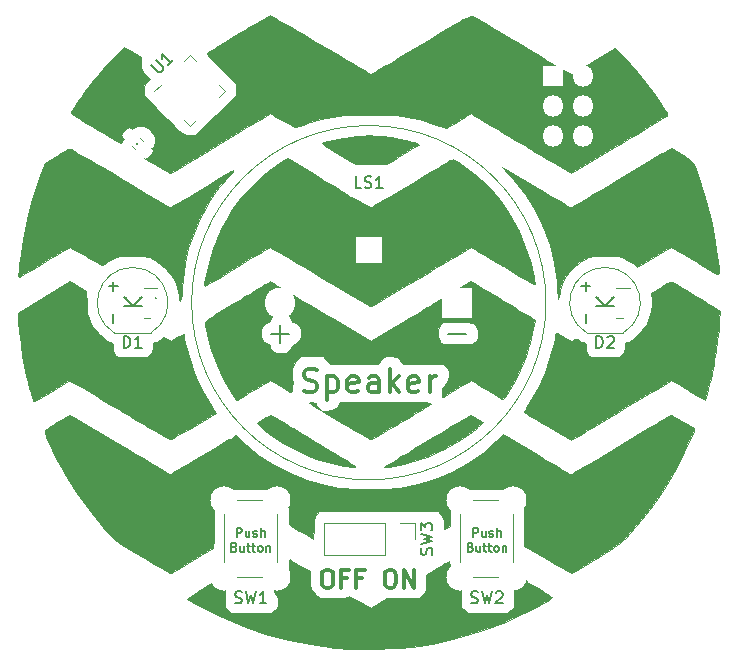
<source format=gbr>
G04 #@! TF.GenerationSoftware,KiCad,Pcbnew,(5.1.6)-1*
G04 #@! TF.CreationDate,2020-10-13T14:36:48-04:00*
G04 #@! TF.ProjectId,Ornament,4f726e61-6d65-46e7-942e-6b696361645f,rev?*
G04 #@! TF.SameCoordinates,Original*
G04 #@! TF.FileFunction,Legend,Top*
G04 #@! TF.FilePolarity,Positive*
%FSLAX46Y46*%
G04 Gerber Fmt 4.6, Leading zero omitted, Abs format (unit mm)*
G04 Created by KiCad (PCBNEW (5.1.6)-1) date 2020-10-13 14:36:48*
%MOMM*%
%LPD*%
G01*
G04 APERTURE LIST*
%ADD10C,0.300000*%
%ADD11C,0.120000*%
%ADD12C,0.010000*%
%ADD13C,0.150000*%
%ADD14C,0.100000*%
%ADD15C,0.200000*%
%ADD16O,23.102000X7.102000*%
%ADD17C,2.602000*%
%ADD18R,2.602000X2.602000*%
%ADD19R,1.802000X1.802000*%
%ADD20O,1.802000X1.802000*%
%ADD21R,2.272000X2.272000*%
%ADD22C,1.902000*%
%ADD23R,1.902000X1.902000*%
%ADD24C,2.302000*%
G04 APERTURE END LIST*
D10*
X96361428Y-122622571D02*
X96647142Y-122622571D01*
X96790000Y-122694000D01*
X96932857Y-122836857D01*
X97004285Y-123122571D01*
X97004285Y-123622571D01*
X96932857Y-123908285D01*
X96790000Y-124051142D01*
X96647142Y-124122571D01*
X96361428Y-124122571D01*
X96218571Y-124051142D01*
X96075714Y-123908285D01*
X96004285Y-123622571D01*
X96004285Y-123122571D01*
X96075714Y-122836857D01*
X96218571Y-122694000D01*
X96361428Y-122622571D01*
X98147142Y-123336857D02*
X97647142Y-123336857D01*
X97647142Y-124122571D02*
X97647142Y-122622571D01*
X98361428Y-122622571D01*
X99432857Y-123336857D02*
X98932857Y-123336857D01*
X98932857Y-124122571D02*
X98932857Y-122622571D01*
X99647142Y-122622571D01*
X101687428Y-122622571D02*
X101973142Y-122622571D01*
X102116000Y-122694000D01*
X102258857Y-122836857D01*
X102330285Y-123122571D01*
X102330285Y-123622571D01*
X102258857Y-123908285D01*
X102116000Y-124051142D01*
X101973142Y-124122571D01*
X101687428Y-124122571D01*
X101544571Y-124051142D01*
X101401714Y-123908285D01*
X101330285Y-123622571D01*
X101330285Y-123122571D01*
X101401714Y-122836857D01*
X101544571Y-122694000D01*
X101687428Y-122622571D01*
X102973142Y-124122571D02*
X102973142Y-122622571D01*
X103830285Y-124122571D01*
X103830285Y-122622571D01*
D11*
X115000000Y-100000000D02*
G75*
G03*
X115000000Y-100000000I-15000000J0D01*
G01*
D12*
G36*
X93384489Y-121797135D02*
G01*
X93592228Y-121917784D01*
X93881493Y-122088072D01*
X94179167Y-122264772D01*
X95004667Y-122756545D01*
X95004667Y-123346992D01*
X95034892Y-123844035D01*
X95137181Y-124226295D01*
X95328957Y-124539264D01*
X95545334Y-124758823D01*
X95857225Y-125032667D01*
X96980346Y-125032667D01*
X97529775Y-125025030D01*
X97915534Y-125001845D01*
X98142607Y-124962698D01*
X98205066Y-124931067D01*
X98320280Y-124873062D01*
X98408267Y-124931067D01*
X98567809Y-125021763D01*
X98634891Y-125032667D01*
X98758359Y-125074243D01*
X98986824Y-125185873D01*
X99281664Y-125347910D01*
X99458446Y-125451591D01*
X100156977Y-125870516D01*
X100854002Y-125451591D01*
X101551027Y-125032667D01*
X104284782Y-125032667D01*
X104555391Y-124753469D01*
X104687665Y-124607854D01*
X104767994Y-124474712D01*
X104809458Y-124306296D01*
X104825135Y-124054861D01*
X104827909Y-123758636D01*
X104829818Y-123043000D01*
X105790707Y-122471500D01*
X106150903Y-122259539D01*
X106457908Y-122083154D01*
X106683040Y-121958512D01*
X106797613Y-121901776D01*
X106804798Y-121900000D01*
X106828841Y-121978177D01*
X106847228Y-122186792D01*
X106857087Y-122486975D01*
X106858000Y-122619667D01*
X106861151Y-122969590D01*
X106875798Y-123183331D01*
X106909732Y-123293999D01*
X106970744Y-123334706D01*
X107027333Y-123339334D01*
X107151280Y-123379249D01*
X107194920Y-123527766D01*
X107196667Y-123593334D01*
X107206940Y-123747101D01*
X107267767Y-123821536D01*
X107424157Y-123845369D01*
X107594600Y-123847334D01*
X107829497Y-123856472D01*
X107918997Y-123889194D01*
X107890933Y-123948933D01*
X107837269Y-124094257D01*
X107803073Y-124396789D01*
X107789518Y-124845399D01*
X107789333Y-124913829D01*
X107789333Y-125777125D01*
X108376535Y-126292695D01*
X110048416Y-126296700D01*
X111720297Y-126300704D01*
X111998482Y-126031077D01*
X112276667Y-125761449D01*
X112276667Y-124905991D01*
X112265795Y-124442708D01*
X112234016Y-124122714D01*
X112182584Y-123957821D01*
X112175067Y-123948934D01*
X112154416Y-123892238D01*
X112249514Y-123860435D01*
X112483065Y-123848075D01*
X112598400Y-123847334D01*
X112887829Y-123841543D01*
X113046279Y-123815957D01*
X113111941Y-123758257D01*
X113123333Y-123678000D01*
X113137824Y-123546212D01*
X113205281Y-123523333D01*
X113361679Y-123606127D01*
X113430263Y-123650396D01*
X113674246Y-123804406D01*
X113875797Y-123925562D01*
X114476210Y-124278832D01*
X114941531Y-124560851D01*
X115268013Y-124769248D01*
X115451907Y-124901651D01*
X115494000Y-124949778D01*
X115420976Y-125029267D01*
X115214703Y-125171392D01*
X114894376Y-125365073D01*
X114479191Y-125599230D01*
X113988344Y-125862783D01*
X113441032Y-126144653D01*
X113308403Y-126211298D01*
X111377161Y-127096423D01*
X109416432Y-127831741D01*
X107403415Y-128424161D01*
X105315310Y-128880593D01*
X103623276Y-129146192D01*
X103287007Y-129180592D01*
X102827688Y-129213330D01*
X102274305Y-129243619D01*
X101655845Y-129270670D01*
X101001296Y-129293692D01*
X100339643Y-129311898D01*
X99699875Y-129324498D01*
X99110977Y-129330702D01*
X98601937Y-129329723D01*
X98201742Y-129320770D01*
X97939378Y-129303055D01*
X97925667Y-129301297D01*
X97737354Y-129278835D01*
X97427938Y-129245116D01*
X97044860Y-129205211D01*
X96740333Y-129174532D01*
X95024217Y-128941685D01*
X93255607Y-128583283D01*
X91481047Y-128111120D01*
X89747081Y-127536990D01*
X88746259Y-127148767D01*
X88169789Y-126901486D01*
X87529223Y-126609431D01*
X86866647Y-126293221D01*
X86224146Y-125973472D01*
X85643806Y-125670802D01*
X85167712Y-125405827D01*
X85068904Y-125347283D01*
X84577337Y-125051167D01*
X85367169Y-124567478D01*
X85738612Y-124339109D01*
X86100541Y-124115046D01*
X86401581Y-123927164D01*
X86536741Y-123841793D01*
X86916482Y-123599798D01*
X87134040Y-123808233D01*
X87351355Y-123954416D01*
X87574475Y-124016614D01*
X87579799Y-124016667D01*
X87808000Y-124016667D01*
X87808000Y-125761449D01*
X88083167Y-126027410D01*
X88358333Y-126293371D01*
X90048648Y-126297038D01*
X91738963Y-126300704D01*
X92017148Y-126031077D01*
X92188167Y-125841731D01*
X92270416Y-125659064D01*
X92294705Y-125404930D01*
X92295333Y-125325514D01*
X92273937Y-125017191D01*
X92199486Y-124820404D01*
X92126000Y-124736334D01*
X91997149Y-124535398D01*
X91956667Y-124342211D01*
X91965575Y-124204474D01*
X92020069Y-124132778D01*
X92161795Y-124105579D01*
X92422333Y-124101334D01*
X92689030Y-124095839D01*
X92827897Y-124066799D01*
X92880371Y-123995377D01*
X92888000Y-123889667D01*
X92927687Y-123723686D01*
X93057333Y-123678000D01*
X93129871Y-123667736D01*
X93178103Y-123617911D01*
X93206957Y-123499978D01*
X93221363Y-123285388D01*
X93226250Y-122945595D01*
X93226667Y-122697278D01*
X93231757Y-122315844D01*
X93245606Y-122008672D01*
X93266076Y-121807797D01*
X93290167Y-121744778D01*
X93384489Y-121797135D01*
G37*
X93384489Y-121797135D02*
X93592228Y-121917784D01*
X93881493Y-122088072D01*
X94179167Y-122264772D01*
X95004667Y-122756545D01*
X95004667Y-123346992D01*
X95034892Y-123844035D01*
X95137181Y-124226295D01*
X95328957Y-124539264D01*
X95545334Y-124758823D01*
X95857225Y-125032667D01*
X96980346Y-125032667D01*
X97529775Y-125025030D01*
X97915534Y-125001845D01*
X98142607Y-124962698D01*
X98205066Y-124931067D01*
X98320280Y-124873062D01*
X98408267Y-124931067D01*
X98567809Y-125021763D01*
X98634891Y-125032667D01*
X98758359Y-125074243D01*
X98986824Y-125185873D01*
X99281664Y-125347910D01*
X99458446Y-125451591D01*
X100156977Y-125870516D01*
X100854002Y-125451591D01*
X101551027Y-125032667D01*
X104284782Y-125032667D01*
X104555391Y-124753469D01*
X104687665Y-124607854D01*
X104767994Y-124474712D01*
X104809458Y-124306296D01*
X104825135Y-124054861D01*
X104827909Y-123758636D01*
X104829818Y-123043000D01*
X105790707Y-122471500D01*
X106150903Y-122259539D01*
X106457908Y-122083154D01*
X106683040Y-121958512D01*
X106797613Y-121901776D01*
X106804798Y-121900000D01*
X106828841Y-121978177D01*
X106847228Y-122186792D01*
X106857087Y-122486975D01*
X106858000Y-122619667D01*
X106861151Y-122969590D01*
X106875798Y-123183331D01*
X106909732Y-123293999D01*
X106970744Y-123334706D01*
X107027333Y-123339334D01*
X107151280Y-123379249D01*
X107194920Y-123527766D01*
X107196667Y-123593334D01*
X107206940Y-123747101D01*
X107267767Y-123821536D01*
X107424157Y-123845369D01*
X107594600Y-123847334D01*
X107829497Y-123856472D01*
X107918997Y-123889194D01*
X107890933Y-123948933D01*
X107837269Y-124094257D01*
X107803073Y-124396789D01*
X107789518Y-124845399D01*
X107789333Y-124913829D01*
X107789333Y-125777125D01*
X108376535Y-126292695D01*
X110048416Y-126296700D01*
X111720297Y-126300704D01*
X111998482Y-126031077D01*
X112276667Y-125761449D01*
X112276667Y-124905991D01*
X112265795Y-124442708D01*
X112234016Y-124122714D01*
X112182584Y-123957821D01*
X112175067Y-123948934D01*
X112154416Y-123892238D01*
X112249514Y-123860435D01*
X112483065Y-123848075D01*
X112598400Y-123847334D01*
X112887829Y-123841543D01*
X113046279Y-123815957D01*
X113111941Y-123758257D01*
X113123333Y-123678000D01*
X113137824Y-123546212D01*
X113205281Y-123523333D01*
X113361679Y-123606127D01*
X113430263Y-123650396D01*
X113674246Y-123804406D01*
X113875797Y-123925562D01*
X114476210Y-124278832D01*
X114941531Y-124560851D01*
X115268013Y-124769248D01*
X115451907Y-124901651D01*
X115494000Y-124949778D01*
X115420976Y-125029267D01*
X115214703Y-125171392D01*
X114894376Y-125365073D01*
X114479191Y-125599230D01*
X113988344Y-125862783D01*
X113441032Y-126144653D01*
X113308403Y-126211298D01*
X111377161Y-127096423D01*
X109416432Y-127831741D01*
X107403415Y-128424161D01*
X105315310Y-128880593D01*
X103623276Y-129146192D01*
X103287007Y-129180592D01*
X102827688Y-129213330D01*
X102274305Y-129243619D01*
X101655845Y-129270670D01*
X101001296Y-129293692D01*
X100339643Y-129311898D01*
X99699875Y-129324498D01*
X99110977Y-129330702D01*
X98601937Y-129329723D01*
X98201742Y-129320770D01*
X97939378Y-129303055D01*
X97925667Y-129301297D01*
X97737354Y-129278835D01*
X97427938Y-129245116D01*
X97044860Y-129205211D01*
X96740333Y-129174532D01*
X95024217Y-128941685D01*
X93255607Y-128583283D01*
X91481047Y-128111120D01*
X89747081Y-127536990D01*
X88746259Y-127148767D01*
X88169789Y-126901486D01*
X87529223Y-126609431D01*
X86866647Y-126293221D01*
X86224146Y-125973472D01*
X85643806Y-125670802D01*
X85167712Y-125405827D01*
X85068904Y-125347283D01*
X84577337Y-125051167D01*
X85367169Y-124567478D01*
X85738612Y-124339109D01*
X86100541Y-124115046D01*
X86401581Y-123927164D01*
X86536741Y-123841793D01*
X86916482Y-123599798D01*
X87134040Y-123808233D01*
X87351355Y-123954416D01*
X87574475Y-124016614D01*
X87579799Y-124016667D01*
X87808000Y-124016667D01*
X87808000Y-125761449D01*
X88083167Y-126027410D01*
X88358333Y-126293371D01*
X90048648Y-126297038D01*
X91738963Y-126300704D01*
X92017148Y-126031077D01*
X92188167Y-125841731D01*
X92270416Y-125659064D01*
X92294705Y-125404930D01*
X92295333Y-125325514D01*
X92273937Y-125017191D01*
X92199486Y-124820404D01*
X92126000Y-124736334D01*
X91997149Y-124535398D01*
X91956667Y-124342211D01*
X91965575Y-124204474D01*
X92020069Y-124132778D01*
X92161795Y-124105579D01*
X92422333Y-124101334D01*
X92689030Y-124095839D01*
X92827897Y-124066799D01*
X92880371Y-123995377D01*
X92888000Y-123889667D01*
X92927687Y-123723686D01*
X93057333Y-123678000D01*
X93129871Y-123667736D01*
X93178103Y-123617911D01*
X93206957Y-123499978D01*
X93221363Y-123285388D01*
X93226250Y-122945595D01*
X93226667Y-122697278D01*
X93231757Y-122315844D01*
X93245606Y-122008672D01*
X93266076Y-121807797D01*
X93290167Y-121744778D01*
X93384489Y-121797135D01*
G36*
X78853622Y-111970714D02*
G01*
X79618531Y-112429722D01*
X80341660Y-112862851D01*
X81009697Y-113262182D01*
X81609330Y-113619797D01*
X82127247Y-113927778D01*
X82550138Y-114178204D01*
X82864690Y-114363158D01*
X83057592Y-114474720D01*
X83114647Y-114505549D01*
X83213702Y-114474385D01*
X83438259Y-114364915D01*
X83769769Y-114187849D01*
X84189687Y-113953896D01*
X84679465Y-113673768D01*
X85220555Y-113358173D01*
X85794412Y-113017823D01*
X86382487Y-112663427D01*
X86966235Y-112305696D01*
X87485815Y-111981394D01*
X87778791Y-111800270D01*
X88016598Y-111659942D01*
X88164046Y-111580863D01*
X88192412Y-111570667D01*
X88291821Y-111525994D01*
X88463819Y-111416374D01*
X88493485Y-111395529D01*
X88739443Y-111220392D01*
X89437888Y-111863876D01*
X90642955Y-112860214D01*
X91947940Y-113725648D01*
X93336590Y-114452473D01*
X94792652Y-115032986D01*
X96299873Y-115459481D01*
X97483582Y-115677868D01*
X98003506Y-115732705D01*
X98648471Y-115771288D01*
X99374964Y-115793616D01*
X100139474Y-115799691D01*
X100898490Y-115789511D01*
X101608499Y-115763077D01*
X102225990Y-115720390D01*
X102601085Y-115677868D01*
X104130258Y-115378056D01*
X105617105Y-114923098D01*
X107045397Y-114320821D01*
X108398906Y-113579052D01*
X109661402Y-112705619D01*
X110802030Y-111722428D01*
X111401727Y-111146131D01*
X114220891Y-112840066D01*
X114847529Y-113215523D01*
X115429380Y-113562093D01*
X115950361Y-113870352D01*
X116394390Y-114130874D01*
X116745384Y-114334235D01*
X116987260Y-114471007D01*
X117103936Y-114531768D01*
X117111319Y-114534000D01*
X117198221Y-114491816D01*
X117412749Y-114371975D01*
X117737689Y-114184547D01*
X118155828Y-113939602D01*
X118649953Y-113647208D01*
X119202852Y-113317437D01*
X119661457Y-113042179D01*
X120745447Y-112389896D01*
X121692974Y-111819913D01*
X122512599Y-111327108D01*
X123212882Y-110906359D01*
X123802382Y-110552546D01*
X124289660Y-110260546D01*
X124683275Y-110025238D01*
X124991788Y-109841501D01*
X125223758Y-109704214D01*
X125387745Y-109608255D01*
X125492309Y-109548502D01*
X125546010Y-109519834D01*
X125555269Y-109515890D01*
X125641784Y-109550231D01*
X125840884Y-109653343D01*
X126120060Y-109806695D01*
X126446804Y-109991757D01*
X126788606Y-110189999D01*
X127112957Y-110382890D01*
X127387348Y-110551902D01*
X127498434Y-110623497D01*
X127538397Y-110695584D01*
X127519212Y-110841448D01*
X127434210Y-111088787D01*
X127319715Y-111365810D01*
X126629667Y-112847297D01*
X125835888Y-114325833D01*
X124958939Y-115770010D01*
X124019379Y-117148419D01*
X123037768Y-118429653D01*
X122034665Y-119582303D01*
X121737695Y-119893138D01*
X121504722Y-120125632D01*
X121284003Y-120328927D01*
X121051268Y-120520222D01*
X120782248Y-120716721D01*
X120452673Y-120935622D01*
X120038273Y-121194129D01*
X119514778Y-121509442D01*
X119159460Y-121720477D01*
X118646318Y-122023430D01*
X118178033Y-122298168D01*
X117775282Y-122532701D01*
X117458742Y-122715034D01*
X117249091Y-122833178D01*
X117169793Y-122874393D01*
X117070897Y-122843032D01*
X116847752Y-122733998D01*
X116520360Y-122558309D01*
X116108723Y-122326980D01*
X115632842Y-122051026D01*
X115113000Y-121741633D01*
X113165667Y-120568344D01*
X113120349Y-116275818D01*
X112668319Y-115804000D01*
X110030282Y-115804000D01*
X109291487Y-115804430D01*
X108703475Y-115806468D01*
X108247695Y-115811240D01*
X107905596Y-115819873D01*
X107658629Y-115833490D01*
X107488243Y-115853218D01*
X107375889Y-115880181D01*
X107303014Y-115915506D01*
X107251070Y-115960317D01*
X107239000Y-115973334D01*
X107084721Y-116100685D01*
X106971878Y-116142667D01*
X106928269Y-116174969D01*
X106896800Y-116285590D01*
X106875792Y-116495102D01*
X106863565Y-116824074D01*
X106858439Y-117293079D01*
X106858000Y-117537493D01*
X106858000Y-118932318D01*
X106604000Y-119063667D01*
X106350000Y-119195015D01*
X106350000Y-118730120D01*
X106334796Y-118429713D01*
X106271141Y-118218565D01*
X106131964Y-118017957D01*
X106087229Y-117965946D01*
X105824458Y-117666667D01*
X95798347Y-117666667D01*
X95573797Y-117901047D01*
X95475423Y-118013860D01*
X95409679Y-118132169D01*
X95368778Y-118293036D01*
X95344934Y-118533522D01*
X95330359Y-118890687D01*
X95325123Y-119084650D01*
X95301000Y-120033872D01*
X94768430Y-119696936D01*
X94507050Y-119534512D01*
X94305898Y-119415021D01*
X94203177Y-119361049D01*
X94198574Y-119360000D01*
X94113525Y-119317881D01*
X93928150Y-119207909D01*
X93703482Y-119067146D01*
X93245677Y-118774291D01*
X93213958Y-117547612D01*
X93200673Y-117068744D01*
X93185790Y-116728039D01*
X93163457Y-116494379D01*
X93127820Y-116336648D01*
X93073027Y-116223728D01*
X92993224Y-116124502D01*
X92934612Y-116062466D01*
X92686986Y-115804000D01*
X87331681Y-115804000D01*
X87104174Y-116041466D01*
X86876667Y-116278933D01*
X86876667Y-118486433D01*
X86874537Y-119204465D01*
X86867694Y-119767977D01*
X86855457Y-120191732D01*
X86837145Y-120490495D01*
X86812078Y-120679029D01*
X86779574Y-120772100D01*
X86770833Y-120781673D01*
X86646400Y-120866634D01*
X86423129Y-121004088D01*
X86157000Y-121159858D01*
X85905646Y-121306418D01*
X85549013Y-121518175D01*
X85126148Y-121771763D01*
X84676099Y-122043814D01*
X84447030Y-122183152D01*
X84042896Y-122426899D01*
X83688332Y-122635733D01*
X83408746Y-122795085D01*
X83229551Y-122890390D01*
X83177030Y-122911178D01*
X83090599Y-122867845D01*
X82876923Y-122747142D01*
X82553603Y-122559404D01*
X82138241Y-122314970D01*
X81648439Y-122024178D01*
X81101799Y-121697364D01*
X80738333Y-121478941D01*
X80084341Y-121084402D01*
X79556941Y-120763187D01*
X79137294Y-120501882D01*
X78806559Y-120287070D01*
X78545896Y-120105340D01*
X78336467Y-119943276D01*
X78159431Y-119787464D01*
X77995948Y-119624490D01*
X77827179Y-119440939D01*
X77742607Y-119345930D01*
X76442514Y-117765183D01*
X75210355Y-116035981D01*
X74357974Y-114685769D01*
X74165150Y-114349748D01*
X73939880Y-113933707D01*
X73695375Y-113464646D01*
X73444841Y-112969569D01*
X73201488Y-112475476D01*
X72978525Y-112009371D01*
X72789159Y-111598255D01*
X72646599Y-111269130D01*
X72564054Y-111048999D01*
X72549461Y-110988645D01*
X72556792Y-110900678D01*
X72614147Y-110807331D01*
X72742113Y-110692101D01*
X72961276Y-110538486D01*
X73292221Y-110329984D01*
X73615491Y-110134079D01*
X74705315Y-109479134D01*
X78853622Y-111970714D01*
G37*
X78853622Y-111970714D02*
X79618531Y-112429722D01*
X80341660Y-112862851D01*
X81009697Y-113262182D01*
X81609330Y-113619797D01*
X82127247Y-113927778D01*
X82550138Y-114178204D01*
X82864690Y-114363158D01*
X83057592Y-114474720D01*
X83114647Y-114505549D01*
X83213702Y-114474385D01*
X83438259Y-114364915D01*
X83769769Y-114187849D01*
X84189687Y-113953896D01*
X84679465Y-113673768D01*
X85220555Y-113358173D01*
X85794412Y-113017823D01*
X86382487Y-112663427D01*
X86966235Y-112305696D01*
X87485815Y-111981394D01*
X87778791Y-111800270D01*
X88016598Y-111659942D01*
X88164046Y-111580863D01*
X88192412Y-111570667D01*
X88291821Y-111525994D01*
X88463819Y-111416374D01*
X88493485Y-111395529D01*
X88739443Y-111220392D01*
X89437888Y-111863876D01*
X90642955Y-112860214D01*
X91947940Y-113725648D01*
X93336590Y-114452473D01*
X94792652Y-115032986D01*
X96299873Y-115459481D01*
X97483582Y-115677868D01*
X98003506Y-115732705D01*
X98648471Y-115771288D01*
X99374964Y-115793616D01*
X100139474Y-115799691D01*
X100898490Y-115789511D01*
X101608499Y-115763077D01*
X102225990Y-115720390D01*
X102601085Y-115677868D01*
X104130258Y-115378056D01*
X105617105Y-114923098D01*
X107045397Y-114320821D01*
X108398906Y-113579052D01*
X109661402Y-112705619D01*
X110802030Y-111722428D01*
X111401727Y-111146131D01*
X114220891Y-112840066D01*
X114847529Y-113215523D01*
X115429380Y-113562093D01*
X115950361Y-113870352D01*
X116394390Y-114130874D01*
X116745384Y-114334235D01*
X116987260Y-114471007D01*
X117103936Y-114531768D01*
X117111319Y-114534000D01*
X117198221Y-114491816D01*
X117412749Y-114371975D01*
X117737689Y-114184547D01*
X118155828Y-113939602D01*
X118649953Y-113647208D01*
X119202852Y-113317437D01*
X119661457Y-113042179D01*
X120745447Y-112389896D01*
X121692974Y-111819913D01*
X122512599Y-111327108D01*
X123212882Y-110906359D01*
X123802382Y-110552546D01*
X124289660Y-110260546D01*
X124683275Y-110025238D01*
X124991788Y-109841501D01*
X125223758Y-109704214D01*
X125387745Y-109608255D01*
X125492309Y-109548502D01*
X125546010Y-109519834D01*
X125555269Y-109515890D01*
X125641784Y-109550231D01*
X125840884Y-109653343D01*
X126120060Y-109806695D01*
X126446804Y-109991757D01*
X126788606Y-110189999D01*
X127112957Y-110382890D01*
X127387348Y-110551902D01*
X127498434Y-110623497D01*
X127538397Y-110695584D01*
X127519212Y-110841448D01*
X127434210Y-111088787D01*
X127319715Y-111365810D01*
X126629667Y-112847297D01*
X125835888Y-114325833D01*
X124958939Y-115770010D01*
X124019379Y-117148419D01*
X123037768Y-118429653D01*
X122034665Y-119582303D01*
X121737695Y-119893138D01*
X121504722Y-120125632D01*
X121284003Y-120328927D01*
X121051268Y-120520222D01*
X120782248Y-120716721D01*
X120452673Y-120935622D01*
X120038273Y-121194129D01*
X119514778Y-121509442D01*
X119159460Y-121720477D01*
X118646318Y-122023430D01*
X118178033Y-122298168D01*
X117775282Y-122532701D01*
X117458742Y-122715034D01*
X117249091Y-122833178D01*
X117169793Y-122874393D01*
X117070897Y-122843032D01*
X116847752Y-122733998D01*
X116520360Y-122558309D01*
X116108723Y-122326980D01*
X115632842Y-122051026D01*
X115113000Y-121741633D01*
X113165667Y-120568344D01*
X113120349Y-116275818D01*
X112668319Y-115804000D01*
X110030282Y-115804000D01*
X109291487Y-115804430D01*
X108703475Y-115806468D01*
X108247695Y-115811240D01*
X107905596Y-115819873D01*
X107658629Y-115833490D01*
X107488243Y-115853218D01*
X107375889Y-115880181D01*
X107303014Y-115915506D01*
X107251070Y-115960317D01*
X107239000Y-115973334D01*
X107084721Y-116100685D01*
X106971878Y-116142667D01*
X106928269Y-116174969D01*
X106896800Y-116285590D01*
X106875792Y-116495102D01*
X106863565Y-116824074D01*
X106858439Y-117293079D01*
X106858000Y-117537493D01*
X106858000Y-118932318D01*
X106604000Y-119063667D01*
X106350000Y-119195015D01*
X106350000Y-118730120D01*
X106334796Y-118429713D01*
X106271141Y-118218565D01*
X106131964Y-118017957D01*
X106087229Y-117965946D01*
X105824458Y-117666667D01*
X95798347Y-117666667D01*
X95573797Y-117901047D01*
X95475423Y-118013860D01*
X95409679Y-118132169D01*
X95368778Y-118293036D01*
X95344934Y-118533522D01*
X95330359Y-118890687D01*
X95325123Y-119084650D01*
X95301000Y-120033872D01*
X94768430Y-119696936D01*
X94507050Y-119534512D01*
X94305898Y-119415021D01*
X94203177Y-119361049D01*
X94198574Y-119360000D01*
X94113525Y-119317881D01*
X93928150Y-119207909D01*
X93703482Y-119067146D01*
X93245677Y-118774291D01*
X93213958Y-117547612D01*
X93200673Y-117068744D01*
X93185790Y-116728039D01*
X93163457Y-116494379D01*
X93127820Y-116336648D01*
X93073027Y-116223728D01*
X92993224Y-116124502D01*
X92934612Y-116062466D01*
X92686986Y-115804000D01*
X87331681Y-115804000D01*
X87104174Y-116041466D01*
X86876667Y-116278933D01*
X86876667Y-118486433D01*
X86874537Y-119204465D01*
X86867694Y-119767977D01*
X86855457Y-120191732D01*
X86837145Y-120490495D01*
X86812078Y-120679029D01*
X86779574Y-120772100D01*
X86770833Y-120781673D01*
X86646400Y-120866634D01*
X86423129Y-121004088D01*
X86157000Y-121159858D01*
X85905646Y-121306418D01*
X85549013Y-121518175D01*
X85126148Y-121771763D01*
X84676099Y-122043814D01*
X84447030Y-122183152D01*
X84042896Y-122426899D01*
X83688332Y-122635733D01*
X83408746Y-122795085D01*
X83229551Y-122890390D01*
X83177030Y-122911178D01*
X83090599Y-122867845D01*
X82876923Y-122747142D01*
X82553603Y-122559404D01*
X82138241Y-122314970D01*
X81648439Y-122024178D01*
X81101799Y-121697364D01*
X80738333Y-121478941D01*
X80084341Y-121084402D01*
X79556941Y-120763187D01*
X79137294Y-120501882D01*
X78806559Y-120287070D01*
X78545896Y-120105340D01*
X78336467Y-119943276D01*
X78159431Y-119787464D01*
X77995948Y-119624490D01*
X77827179Y-119440939D01*
X77742607Y-119345930D01*
X76442514Y-117765183D01*
X75210355Y-116035981D01*
X74357974Y-114685769D01*
X74165150Y-114349748D01*
X73939880Y-113933707D01*
X73695375Y-113464646D01*
X73444841Y-112969569D01*
X73201488Y-112475476D01*
X72978525Y-112009371D01*
X72789159Y-111598255D01*
X72646599Y-111269130D01*
X72564054Y-111048999D01*
X72549461Y-110988645D01*
X72556792Y-110900678D01*
X72614147Y-110807331D01*
X72742113Y-110692101D01*
X72961276Y-110538486D01*
X73292221Y-110329984D01*
X73615491Y-110134079D01*
X74705315Y-109479134D01*
X78853622Y-111970714D01*
G36*
X91773362Y-109580221D02*
G01*
X91994200Y-109692723D01*
X92290440Y-109857932D01*
X92559682Y-110016385D01*
X92913584Y-110228759D01*
X93239501Y-110423344D01*
X93494200Y-110574382D01*
X93607667Y-110640808D01*
X93737809Y-110717712D01*
X93994686Y-110871018D01*
X94359989Y-111089745D01*
X94815409Y-111362911D01*
X95342637Y-111679535D01*
X95923364Y-112028635D01*
X96481455Y-112364423D01*
X97194469Y-112794250D01*
X97768976Y-113143814D01*
X98211719Y-113419892D01*
X98529441Y-113629264D01*
X98728884Y-113778706D01*
X98816792Y-113874997D01*
X98799907Y-113924916D01*
X98684973Y-113935239D01*
X98478733Y-113912746D01*
X98187929Y-113864214D01*
X97925667Y-113816155D01*
X96852777Y-113579988D01*
X95809323Y-113279794D01*
X95131667Y-113040487D01*
X94290967Y-112680240D01*
X93430187Y-112246295D01*
X92591899Y-111763723D01*
X91818672Y-111257596D01*
X91153077Y-110752988D01*
X90947812Y-110576353D01*
X90494481Y-110170321D01*
X91026587Y-109854494D01*
X91301034Y-109699552D01*
X91526106Y-109586910D01*
X91656594Y-109539032D01*
X91662196Y-109538667D01*
X91773362Y-109580221D01*
G37*
X91773362Y-109580221D02*
X91994200Y-109692723D01*
X92290440Y-109857932D01*
X92559682Y-110016385D01*
X92913584Y-110228759D01*
X93239501Y-110423344D01*
X93494200Y-110574382D01*
X93607667Y-110640808D01*
X93737809Y-110717712D01*
X93994686Y-110871018D01*
X94359989Y-111089745D01*
X94815409Y-111362911D01*
X95342637Y-111679535D01*
X95923364Y-112028635D01*
X96481455Y-112364423D01*
X97194469Y-112794250D01*
X97768976Y-113143814D01*
X98211719Y-113419892D01*
X98529441Y-113629264D01*
X98728884Y-113778706D01*
X98816792Y-113874997D01*
X98799907Y-113924916D01*
X98684973Y-113935239D01*
X98478733Y-113912746D01*
X98187929Y-113864214D01*
X97925667Y-113816155D01*
X96852777Y-113579988D01*
X95809323Y-113279794D01*
X95131667Y-113040487D01*
X94290967Y-112680240D01*
X93430187Y-112246295D01*
X92591899Y-111763723D01*
X91818672Y-111257596D01*
X91153077Y-110752988D01*
X90947812Y-110576353D01*
X90494481Y-110170321D01*
X91026587Y-109854494D01*
X91301034Y-109699552D01*
X91526106Y-109586910D01*
X91656594Y-109539032D01*
X91662196Y-109538667D01*
X91773362Y-109580221D01*
G36*
X108753100Y-109578534D02*
G01*
X108956318Y-109679619D01*
X109194964Y-109814149D01*
X109421875Y-109954349D01*
X109589890Y-110072448D01*
X109652000Y-110139075D01*
X109590192Y-110211595D01*
X109424400Y-110362267D01*
X109184071Y-110564985D01*
X109038167Y-110683300D01*
X107742172Y-111616411D01*
X106370466Y-112404104D01*
X104935820Y-113040145D01*
X103451006Y-113518299D01*
X103005667Y-113628194D01*
X102534041Y-113732088D01*
X102101223Y-113819127D01*
X101733148Y-113884989D01*
X101455747Y-113925351D01*
X101294953Y-113935890D01*
X101270000Y-113917526D01*
X101350780Y-113865332D01*
X101558112Y-113737441D01*
X101873306Y-113545207D01*
X102277673Y-113299988D01*
X102752522Y-113013139D01*
X103279163Y-112696018D01*
X103386667Y-112631399D01*
X104027430Y-112246300D01*
X104716639Y-111831980D01*
X105412910Y-111413324D01*
X106074862Y-111015216D01*
X106661113Y-110662539D01*
X106994700Y-110461794D01*
X107455864Y-110187071D01*
X107871449Y-109944896D01*
X108218522Y-109748196D01*
X108474149Y-109609897D01*
X108615396Y-109542925D01*
X108632469Y-109538667D01*
X108753100Y-109578534D01*
G37*
X108753100Y-109578534D02*
X108956318Y-109679619D01*
X109194964Y-109814149D01*
X109421875Y-109954349D01*
X109589890Y-110072448D01*
X109652000Y-110139075D01*
X109590192Y-110211595D01*
X109424400Y-110362267D01*
X109184071Y-110564985D01*
X109038167Y-110683300D01*
X107742172Y-111616411D01*
X106370466Y-112404104D01*
X104935820Y-113040145D01*
X103451006Y-113518299D01*
X103005667Y-113628194D01*
X102534041Y-113732088D01*
X102101223Y-113819127D01*
X101733148Y-113884989D01*
X101455747Y-113925351D01*
X101294953Y-113935890D01*
X101270000Y-113917526D01*
X101350780Y-113865332D01*
X101558112Y-113737441D01*
X101873306Y-113545207D01*
X102277673Y-113299988D01*
X102752522Y-113013139D01*
X103279163Y-112696018D01*
X103386667Y-112631399D01*
X104027430Y-112246300D01*
X104716639Y-111831980D01*
X105412910Y-111413324D01*
X106074862Y-111015216D01*
X106661113Y-110662539D01*
X106994700Y-110461794D01*
X107455864Y-110187071D01*
X107871449Y-109944896D01*
X108218522Y-109748196D01*
X108474149Y-109609897D01*
X108615396Y-109542925D01*
X108632469Y-109538667D01*
X108753100Y-109578534D01*
G36*
X125630942Y-98255390D02*
G01*
X125847365Y-98359213D01*
X126153984Y-98524293D01*
X126524048Y-98736470D01*
X126759137Y-98876697D01*
X127251193Y-99174277D01*
X127787180Y-99498341D01*
X128307578Y-99812908D01*
X128752871Y-100081996D01*
X128817650Y-100121131D01*
X129737633Y-100676899D01*
X129681427Y-101445950D01*
X129607916Y-102285335D01*
X129508473Y-103178266D01*
X129391267Y-104060459D01*
X129264468Y-104867627D01*
X129204299Y-105200603D01*
X129132600Y-105554759D01*
X129040055Y-105978965D01*
X128934510Y-106440839D01*
X128823808Y-106908000D01*
X128715793Y-107348067D01*
X128618310Y-107728656D01*
X128539202Y-108017388D01*
X128486315Y-108181880D01*
X128477502Y-108200872D01*
X128398093Y-108177738D01*
X128197069Y-108078300D01*
X127897070Y-107914930D01*
X127520742Y-107699997D01*
X127090728Y-107445869D01*
X127043865Y-107417706D01*
X126608347Y-107156714D01*
X126224035Y-106928618D01*
X125913812Y-106746817D01*
X125700561Y-106624711D01*
X125607164Y-106575701D01*
X125605396Y-106575334D01*
X125527469Y-106617638D01*
X125317994Y-106739182D01*
X124990522Y-106931916D01*
X124558602Y-107187786D01*
X124035788Y-107498741D01*
X123435628Y-107856730D01*
X122771675Y-108253700D01*
X122057479Y-108681600D01*
X121736688Y-108874070D01*
X120990675Y-109321816D01*
X120277694Y-109749656D01*
X119613018Y-110148430D01*
X119011922Y-110508979D01*
X118489678Y-110822144D01*
X118061559Y-111078764D01*
X117742840Y-111269680D01*
X117548793Y-111385732D01*
X117513730Y-111406627D01*
X117120461Y-111640448D01*
X116413064Y-111217548D01*
X116060906Y-111007841D01*
X115721565Y-110807172D01*
X115449531Y-110647712D01*
X115367000Y-110599931D01*
X115159540Y-110478233D01*
X114871221Y-110305920D01*
X114532548Y-110101595D01*
X114174025Y-109883862D01*
X113826158Y-109671325D01*
X113519450Y-109482587D01*
X113284407Y-109336251D01*
X113151532Y-109250923D01*
X113133685Y-109237908D01*
X113163613Y-109158816D01*
X113269554Y-108969485D01*
X113433621Y-108700594D01*
X113585816Y-108462463D01*
X114293875Y-107237097D01*
X114895308Y-105913054D01*
X115371278Y-104536458D01*
X115656478Y-103392299D01*
X115729944Y-103043295D01*
X115793085Y-102762801D01*
X115837302Y-102587997D01*
X115851509Y-102548936D01*
X115930837Y-102577691D01*
X116118026Y-102678994D01*
X116378570Y-102833708D01*
X116493690Y-102905066D01*
X116792615Y-103089702D01*
X116987214Y-103194673D01*
X117116075Y-103231145D01*
X117217787Y-103210279D01*
X117326663Y-103146040D01*
X117484546Y-103057321D01*
X117604793Y-103062311D01*
X117768823Y-103167050D01*
X117786589Y-103180151D01*
X117999401Y-103302351D01*
X118189672Y-103357713D01*
X118199905Y-103358000D01*
X118305923Y-103380802D01*
X118357198Y-103477753D01*
X118372337Y-103691670D01*
X118372667Y-103755534D01*
X118398215Y-104051066D01*
X118494662Y-104265259D01*
X118600174Y-104390534D01*
X118827681Y-104628000D01*
X121219652Y-104628000D01*
X121447159Y-104390534D01*
X121601030Y-104185286D01*
X121665999Y-103948946D01*
X121674667Y-103755534D01*
X121682964Y-103513719D01*
X121722952Y-103396669D01*
X121817278Y-103360055D01*
X121877756Y-103358000D01*
X122046011Y-103296562D01*
X122289429Y-103131331D01*
X122577631Y-102890930D01*
X122880234Y-102603981D01*
X123166860Y-102299108D01*
X123407126Y-102004934D01*
X123557063Y-101775849D01*
X123737292Y-101334568D01*
X123868992Y-100788851D01*
X123940883Y-100199450D01*
X123945297Y-99685010D01*
X123918333Y-99187021D01*
X124680333Y-98726475D01*
X125004523Y-98531891D01*
X125278426Y-98370000D01*
X125467385Y-98261142D01*
X125531470Y-98226981D01*
X125630942Y-98255390D01*
G37*
X125630942Y-98255390D02*
X125847365Y-98359213D01*
X126153984Y-98524293D01*
X126524048Y-98736470D01*
X126759137Y-98876697D01*
X127251193Y-99174277D01*
X127787180Y-99498341D01*
X128307578Y-99812908D01*
X128752871Y-100081996D01*
X128817650Y-100121131D01*
X129737633Y-100676899D01*
X129681427Y-101445950D01*
X129607916Y-102285335D01*
X129508473Y-103178266D01*
X129391267Y-104060459D01*
X129264468Y-104867627D01*
X129204299Y-105200603D01*
X129132600Y-105554759D01*
X129040055Y-105978965D01*
X128934510Y-106440839D01*
X128823808Y-106908000D01*
X128715793Y-107348067D01*
X128618310Y-107728656D01*
X128539202Y-108017388D01*
X128486315Y-108181880D01*
X128477502Y-108200872D01*
X128398093Y-108177738D01*
X128197069Y-108078300D01*
X127897070Y-107914930D01*
X127520742Y-107699997D01*
X127090728Y-107445869D01*
X127043865Y-107417706D01*
X126608347Y-107156714D01*
X126224035Y-106928618D01*
X125913812Y-106746817D01*
X125700561Y-106624711D01*
X125607164Y-106575701D01*
X125605396Y-106575334D01*
X125527469Y-106617638D01*
X125317994Y-106739182D01*
X124990522Y-106931916D01*
X124558602Y-107187786D01*
X124035788Y-107498741D01*
X123435628Y-107856730D01*
X122771675Y-108253700D01*
X122057479Y-108681600D01*
X121736688Y-108874070D01*
X120990675Y-109321816D01*
X120277694Y-109749656D01*
X119613018Y-110148430D01*
X119011922Y-110508979D01*
X118489678Y-110822144D01*
X118061559Y-111078764D01*
X117742840Y-111269680D01*
X117548793Y-111385732D01*
X117513730Y-111406627D01*
X117120461Y-111640448D01*
X116413064Y-111217548D01*
X116060906Y-111007841D01*
X115721565Y-110807172D01*
X115449531Y-110647712D01*
X115367000Y-110599931D01*
X115159540Y-110478233D01*
X114871221Y-110305920D01*
X114532548Y-110101595D01*
X114174025Y-109883862D01*
X113826158Y-109671325D01*
X113519450Y-109482587D01*
X113284407Y-109336251D01*
X113151532Y-109250923D01*
X113133685Y-109237908D01*
X113163613Y-109158816D01*
X113269554Y-108969485D01*
X113433621Y-108700594D01*
X113585816Y-108462463D01*
X114293875Y-107237097D01*
X114895308Y-105913054D01*
X115371278Y-104536458D01*
X115656478Y-103392299D01*
X115729944Y-103043295D01*
X115793085Y-102762801D01*
X115837302Y-102587997D01*
X115851509Y-102548936D01*
X115930837Y-102577691D01*
X116118026Y-102678994D01*
X116378570Y-102833708D01*
X116493690Y-102905066D01*
X116792615Y-103089702D01*
X116987214Y-103194673D01*
X117116075Y-103231145D01*
X117217787Y-103210279D01*
X117326663Y-103146040D01*
X117484546Y-103057321D01*
X117604793Y-103062311D01*
X117768823Y-103167050D01*
X117786589Y-103180151D01*
X117999401Y-103302351D01*
X118189672Y-103357713D01*
X118199905Y-103358000D01*
X118305923Y-103380802D01*
X118357198Y-103477753D01*
X118372337Y-103691670D01*
X118372667Y-103755534D01*
X118398215Y-104051066D01*
X118494662Y-104265259D01*
X118600174Y-104390534D01*
X118827681Y-104628000D01*
X121219652Y-104628000D01*
X121447159Y-104390534D01*
X121601030Y-104185286D01*
X121665999Y-103948946D01*
X121674667Y-103755534D01*
X121682964Y-103513719D01*
X121722952Y-103396669D01*
X121817278Y-103360055D01*
X121877756Y-103358000D01*
X122046011Y-103296562D01*
X122289429Y-103131331D01*
X122577631Y-102890930D01*
X122880234Y-102603981D01*
X123166860Y-102299108D01*
X123407126Y-102004934D01*
X123557063Y-101775849D01*
X123737292Y-101334568D01*
X123868992Y-100788851D01*
X123940883Y-100199450D01*
X123945297Y-99685010D01*
X123918333Y-99187021D01*
X124680333Y-98726475D01*
X125004523Y-98531891D01*
X125278426Y-98370000D01*
X125467385Y-98261142D01*
X125531470Y-98226981D01*
X125630942Y-98255390D01*
G36*
X75393528Y-98600217D02*
G01*
X76081667Y-99021120D01*
X76124635Y-100067727D01*
X76147291Y-100528056D01*
X76176656Y-100863665D01*
X76221034Y-101119158D01*
X76288726Y-101339141D01*
X76388036Y-101568219D01*
X76414014Y-101622334D01*
X76603683Y-101941720D01*
X76865821Y-102288679D01*
X77169305Y-102631205D01*
X77483013Y-102937292D01*
X77775823Y-103174934D01*
X78016613Y-103312125D01*
X78073343Y-103328769D01*
X78228270Y-103373873D01*
X78301888Y-103461586D01*
X78324120Y-103643843D01*
X78325333Y-103766117D01*
X78353502Y-104062316D01*
X78458708Y-104280763D01*
X78552840Y-104390534D01*
X78780347Y-104628000D01*
X81256986Y-104628000D01*
X81484493Y-104390534D01*
X81638363Y-104185286D01*
X81703333Y-103948946D01*
X81712000Y-103755534D01*
X81723524Y-103508443D01*
X81768443Y-103389386D01*
X81862276Y-103358010D01*
X81864884Y-103358000D01*
X82027872Y-103309796D01*
X82242590Y-103190044D01*
X82299321Y-103150277D01*
X82580873Y-102942554D01*
X83211689Y-103264372D01*
X83768248Y-102939138D01*
X84324807Y-102613903D01*
X84379151Y-102964785D01*
X84461197Y-103385207D01*
X84588788Y-103910604D01*
X84746829Y-104487847D01*
X84920224Y-105063808D01*
X85093880Y-105585359D01*
X85216613Y-105912331D01*
X85547618Y-106686738D01*
X85886433Y-107373166D01*
X86273550Y-108049783D01*
X86559544Y-108504781D01*
X86760734Y-108823064D01*
X86918270Y-109085569D01*
X87014760Y-109262404D01*
X87035664Y-109323168D01*
X86926293Y-109402761D01*
X86698083Y-109548507D01*
X86375103Y-109746417D01*
X85981424Y-109982499D01*
X85541114Y-110242764D01*
X85078245Y-110513219D01*
X84616885Y-110779875D01*
X84181105Y-111028741D01*
X83794973Y-111245826D01*
X83482561Y-111417140D01*
X83267938Y-111528692D01*
X83176064Y-111566568D01*
X83061658Y-111523131D01*
X82826074Y-111403823D01*
X82492418Y-111221408D01*
X82083794Y-110988650D01*
X81623308Y-110718313D01*
X81415667Y-110594030D01*
X80937419Y-110306125D01*
X80500161Y-110042906D01*
X80127509Y-109818588D01*
X79843078Y-109647387D01*
X79670483Y-109543519D01*
X79637667Y-109523778D01*
X79525817Y-109456457D01*
X79287566Y-109313007D01*
X78941570Y-109104662D01*
X78506485Y-108842657D01*
X78000967Y-108538227D01*
X77443671Y-108202604D01*
X77101206Y-107996355D01*
X76527118Y-107653669D01*
X75996883Y-107343015D01*
X75528399Y-107074422D01*
X75139563Y-106857922D01*
X74848273Y-106703545D01*
X74672428Y-106621322D01*
X74629246Y-106610973D01*
X74524716Y-106666651D01*
X74302159Y-106795128D01*
X73987987Y-106980829D01*
X73608617Y-107208180D01*
X73313373Y-107386827D01*
X72772599Y-107714139D01*
X72358397Y-107961474D01*
X72053491Y-108138194D01*
X71840607Y-108253665D01*
X71702470Y-108317251D01*
X71621805Y-108338316D01*
X71581338Y-108326224D01*
X71581016Y-108325905D01*
X71532403Y-108216205D01*
X71455469Y-107970861D01*
X71357780Y-107619716D01*
X71246901Y-107192610D01*
X71130398Y-106719388D01*
X71015837Y-106229891D01*
X70910784Y-105753963D01*
X70834143Y-105379965D01*
X70676247Y-104481129D01*
X70531074Y-103478529D01*
X70407338Y-102437687D01*
X70322239Y-101531465D01*
X70267025Y-100847931D01*
X74705389Y-98179315D01*
X75393528Y-98600217D01*
G37*
X75393528Y-98600217D02*
X76081667Y-99021120D01*
X76124635Y-100067727D01*
X76147291Y-100528056D01*
X76176656Y-100863665D01*
X76221034Y-101119158D01*
X76288726Y-101339141D01*
X76388036Y-101568219D01*
X76414014Y-101622334D01*
X76603683Y-101941720D01*
X76865821Y-102288679D01*
X77169305Y-102631205D01*
X77483013Y-102937292D01*
X77775823Y-103174934D01*
X78016613Y-103312125D01*
X78073343Y-103328769D01*
X78228270Y-103373873D01*
X78301888Y-103461586D01*
X78324120Y-103643843D01*
X78325333Y-103766117D01*
X78353502Y-104062316D01*
X78458708Y-104280763D01*
X78552840Y-104390534D01*
X78780347Y-104628000D01*
X81256986Y-104628000D01*
X81484493Y-104390534D01*
X81638363Y-104185286D01*
X81703333Y-103948946D01*
X81712000Y-103755534D01*
X81723524Y-103508443D01*
X81768443Y-103389386D01*
X81862276Y-103358010D01*
X81864884Y-103358000D01*
X82027872Y-103309796D01*
X82242590Y-103190044D01*
X82299321Y-103150277D01*
X82580873Y-102942554D01*
X83211689Y-103264372D01*
X83768248Y-102939138D01*
X84324807Y-102613903D01*
X84379151Y-102964785D01*
X84461197Y-103385207D01*
X84588788Y-103910604D01*
X84746829Y-104487847D01*
X84920224Y-105063808D01*
X85093880Y-105585359D01*
X85216613Y-105912331D01*
X85547618Y-106686738D01*
X85886433Y-107373166D01*
X86273550Y-108049783D01*
X86559544Y-108504781D01*
X86760734Y-108823064D01*
X86918270Y-109085569D01*
X87014760Y-109262404D01*
X87035664Y-109323168D01*
X86926293Y-109402761D01*
X86698083Y-109548507D01*
X86375103Y-109746417D01*
X85981424Y-109982499D01*
X85541114Y-110242764D01*
X85078245Y-110513219D01*
X84616885Y-110779875D01*
X84181105Y-111028741D01*
X83794973Y-111245826D01*
X83482561Y-111417140D01*
X83267938Y-111528692D01*
X83176064Y-111566568D01*
X83061658Y-111523131D01*
X82826074Y-111403823D01*
X82492418Y-111221408D01*
X82083794Y-110988650D01*
X81623308Y-110718313D01*
X81415667Y-110594030D01*
X80937419Y-110306125D01*
X80500161Y-110042906D01*
X80127509Y-109818588D01*
X79843078Y-109647387D01*
X79670483Y-109543519D01*
X79637667Y-109523778D01*
X79525817Y-109456457D01*
X79287566Y-109313007D01*
X78941570Y-109104662D01*
X78506485Y-108842657D01*
X78000967Y-108538227D01*
X77443671Y-108202604D01*
X77101206Y-107996355D01*
X76527118Y-107653669D01*
X75996883Y-107343015D01*
X75528399Y-107074422D01*
X75139563Y-106857922D01*
X74848273Y-106703545D01*
X74672428Y-106621322D01*
X74629246Y-106610973D01*
X74524716Y-106666651D01*
X74302159Y-106795128D01*
X73987987Y-106980829D01*
X73608617Y-107208180D01*
X73313373Y-107386827D01*
X72772599Y-107714139D01*
X72358397Y-107961474D01*
X72053491Y-108138194D01*
X71840607Y-108253665D01*
X71702470Y-108317251D01*
X71621805Y-108338316D01*
X71581338Y-108326224D01*
X71581016Y-108325905D01*
X71532403Y-108216205D01*
X71455469Y-107970861D01*
X71357780Y-107619716D01*
X71246901Y-107192610D01*
X71130398Y-106719388D01*
X71015837Y-106229891D01*
X70910784Y-105753963D01*
X70834143Y-105379965D01*
X70676247Y-104481129D01*
X70531074Y-103478529D01*
X70407338Y-102437687D01*
X70322239Y-101531465D01*
X70267025Y-100847931D01*
X74705389Y-98179315D01*
X75393528Y-98600217D01*
G36*
X98687667Y-108430287D02*
G01*
X99001293Y-108431083D01*
X99455815Y-108431946D01*
X100022797Y-108432836D01*
X100673801Y-108433713D01*
X101380390Y-108434539D01*
X102114128Y-108435273D01*
X102537672Y-108435638D01*
X103333781Y-108436022D01*
X103973066Y-108437379D01*
X104468029Y-108442149D01*
X104831172Y-108452773D01*
X105074999Y-108471693D01*
X105212012Y-108501347D01*
X105254714Y-108544178D01*
X105215606Y-108602627D01*
X105107193Y-108679132D01*
X104941975Y-108776136D01*
X104773789Y-108872163D01*
X104610713Y-108967989D01*
X104325067Y-109137828D01*
X103939294Y-109368254D01*
X103475834Y-109645841D01*
X102957129Y-109957162D01*
X102405620Y-110288792D01*
X102350727Y-110321834D01*
X101812422Y-110643407D01*
X101317573Y-110934295D01*
X100885684Y-111183407D01*
X100536260Y-111379654D01*
X100288805Y-111511944D01*
X100162823Y-111569188D01*
X100154426Y-111570667D01*
X100052374Y-111528554D01*
X99825516Y-111409711D01*
X99493733Y-111225383D01*
X99076904Y-110986814D01*
X98594912Y-110705250D01*
X98067635Y-110391934D01*
X98021314Y-110364167D01*
X96009983Y-109157667D01*
X96502158Y-109131787D01*
X96824254Y-109097829D01*
X97043975Y-109022453D01*
X97227167Y-108883113D01*
X97379273Y-108710394D01*
X97457284Y-108568693D01*
X97460000Y-108549160D01*
X97462295Y-108501331D01*
X97486284Y-108467945D01*
X97557619Y-108446518D01*
X97701953Y-108434566D01*
X97944939Y-108429606D01*
X98312229Y-108429153D01*
X98687667Y-108430287D01*
G37*
X98687667Y-108430287D02*
X99001293Y-108431083D01*
X99455815Y-108431946D01*
X100022797Y-108432836D01*
X100673801Y-108433713D01*
X101380390Y-108434539D01*
X102114128Y-108435273D01*
X102537672Y-108435638D01*
X103333781Y-108436022D01*
X103973066Y-108437379D01*
X104468029Y-108442149D01*
X104831172Y-108452773D01*
X105074999Y-108471693D01*
X105212012Y-108501347D01*
X105254714Y-108544178D01*
X105215606Y-108602627D01*
X105107193Y-108679132D01*
X104941975Y-108776136D01*
X104773789Y-108872163D01*
X104610713Y-108967989D01*
X104325067Y-109137828D01*
X103939294Y-109368254D01*
X103475834Y-109645841D01*
X102957129Y-109957162D01*
X102405620Y-110288792D01*
X102350727Y-110321834D01*
X101812422Y-110643407D01*
X101317573Y-110934295D01*
X100885684Y-111183407D01*
X100536260Y-111379654D01*
X100288805Y-111511944D01*
X100162823Y-111569188D01*
X100154426Y-111570667D01*
X100052374Y-111528554D01*
X99825516Y-111409711D01*
X99493733Y-111225383D01*
X99076904Y-110986814D01*
X98594912Y-110705250D01*
X98067635Y-110391934D01*
X98021314Y-110364167D01*
X96009983Y-109157667D01*
X96502158Y-109131787D01*
X96824254Y-109097829D01*
X97043975Y-109022453D01*
X97227167Y-108883113D01*
X97379273Y-108710394D01*
X97457284Y-108568693D01*
X97460000Y-108549160D01*
X97462295Y-108501331D01*
X97486284Y-108467945D01*
X97557619Y-108446518D01*
X97701953Y-108434566D01*
X97944939Y-108429606D01*
X98312229Y-108429153D01*
X98687667Y-108430287D01*
G36*
X95416643Y-108462989D02*
G01*
X95511356Y-108528739D01*
X95512667Y-108539201D01*
X95567064Y-108661464D01*
X95701690Y-108836240D01*
X95740174Y-108877867D01*
X95879677Y-109029451D01*
X95918586Y-109094198D01*
X95846036Y-109070091D01*
X95651165Y-108955110D01*
X95440401Y-108822178D01*
X95151546Y-108636007D01*
X94994646Y-108522451D01*
X94958573Y-108463563D01*
X95032200Y-108441395D01*
X95202222Y-108438000D01*
X95416643Y-108462989D01*
G37*
X95416643Y-108462989D02*
X95511356Y-108528739D01*
X95512667Y-108539201D01*
X95567064Y-108661464D01*
X95701690Y-108836240D01*
X95740174Y-108877867D01*
X95879677Y-109029451D01*
X95918586Y-109094198D01*
X95846036Y-109070091D01*
X95651165Y-108955110D01*
X95440401Y-108822178D01*
X95151546Y-108636007D01*
X94994646Y-108522451D01*
X94958573Y-108463563D01*
X95032200Y-108441395D01*
X95202222Y-108438000D01*
X95416643Y-108462989D01*
G36*
X109292106Y-98585869D02*
G01*
X109658637Y-98807395D01*
X110037844Y-99033708D01*
X110358948Y-99222623D01*
X110414000Y-99254535D01*
X110622509Y-99376877D01*
X110926747Y-99557951D01*
X111302833Y-99783299D01*
X111726882Y-100038459D01*
X112175011Y-100308972D01*
X112623339Y-100580377D01*
X113047980Y-100838216D01*
X113425054Y-101068028D01*
X113730676Y-101255352D01*
X113940963Y-101385729D01*
X114032033Y-101444700D01*
X114033540Y-101445985D01*
X114037875Y-101548743D01*
X114002708Y-101783463D01*
X113935343Y-102119370D01*
X113843079Y-102525689D01*
X113733218Y-102971645D01*
X113613062Y-103426464D01*
X113489910Y-103859370D01*
X113371065Y-104239588D01*
X113370069Y-104242584D01*
X113106583Y-104956921D01*
X112784857Y-105706277D01*
X112425670Y-106449607D01*
X112049803Y-107145868D01*
X111678037Y-107754016D01*
X111381806Y-108169698D01*
X111307113Y-108137573D01*
X111116946Y-108033766D01*
X110840034Y-107875351D01*
X110505109Y-107679404D01*
X110140904Y-107463001D01*
X109776150Y-107243217D01*
X109439579Y-107037127D01*
X109159921Y-106861808D01*
X108965910Y-106734334D01*
X108961596Y-106731347D01*
X108781308Y-106622478D01*
X108656808Y-106575383D01*
X108654650Y-106575334D01*
X108563352Y-106616656D01*
X108357836Y-106728735D01*
X108068195Y-106893739D01*
X107724522Y-107093836D01*
X107356911Y-107311193D01*
X106995455Y-107527979D01*
X106670246Y-107726362D01*
X106411380Y-107888509D01*
X106248947Y-107996589D01*
X106223000Y-108016229D01*
X106174517Y-107987594D01*
X106160138Y-107799657D01*
X106166782Y-107636253D01*
X106203398Y-107338750D01*
X106289758Y-107129993D01*
X106460660Y-106930054D01*
X106484282Y-106906942D01*
X106655421Y-106721952D01*
X106741548Y-106550698D01*
X106771003Y-106320066D01*
X106773333Y-106161191D01*
X106758307Y-105860831D01*
X106698157Y-105658429D01*
X106570271Y-105484115D01*
X106545826Y-105458133D01*
X106318319Y-105220667D01*
X104556159Y-105220667D01*
X103944982Y-105218598D01*
X103484971Y-105211630D01*
X103158002Y-105198619D01*
X102945949Y-105178422D01*
X102830686Y-105149896D01*
X102794091Y-105111896D01*
X102794000Y-105109507D01*
X102737098Y-104982995D01*
X102596312Y-104810522D01*
X102556534Y-104770841D01*
X102390258Y-104637029D01*
X102209397Y-104568338D01*
X101948979Y-104544688D01*
X101820333Y-104543334D01*
X101514327Y-104555471D01*
X101311768Y-104605267D01*
X101147682Y-104712801D01*
X101084133Y-104770841D01*
X100930329Y-104944830D01*
X100850022Y-105087672D01*
X100846667Y-105109507D01*
X100842205Y-105142874D01*
X100817347Y-105169452D01*
X100754879Y-105189983D01*
X100637590Y-105205206D01*
X100448269Y-105215865D01*
X100169702Y-105222700D01*
X99784679Y-105226452D01*
X99275987Y-105227864D01*
X98626414Y-105227676D01*
X98117948Y-105227044D01*
X96701564Y-105225099D01*
X96393596Y-104884216D01*
X96085629Y-104543334D01*
X94265838Y-104543334D01*
X93873252Y-104963040D01*
X93664652Y-105193934D01*
X93547208Y-105368004D01*
X93494752Y-105550527D01*
X93481115Y-105806777D01*
X93480667Y-105942272D01*
X93493139Y-106256625D01*
X93525646Y-106519708D01*
X93565562Y-106660428D01*
X93604401Y-106821442D01*
X93565562Y-106871525D01*
X93511295Y-106982634D01*
X93482216Y-107193266D01*
X93480667Y-107257664D01*
X93470497Y-107467982D01*
X93445137Y-107583627D01*
X93435492Y-107591334D01*
X93349409Y-107550077D01*
X93149262Y-107437929D01*
X92865459Y-107272321D01*
X92549333Y-107083334D01*
X92214133Y-106883275D01*
X91933460Y-106720314D01*
X91737902Y-106611904D01*
X91659037Y-106575334D01*
X91574636Y-106617220D01*
X91368775Y-106733886D01*
X91064499Y-106911840D01*
X90684855Y-107137592D01*
X90252888Y-107397650D01*
X90212690Y-107422000D01*
X89779561Y-107683971D01*
X89399315Y-107912956D01*
X89094355Y-108095547D01*
X88887083Y-108218334D01*
X88799903Y-108267909D01*
X88798660Y-108268324D01*
X88748631Y-108201996D01*
X88627608Y-108023656D01*
X88456059Y-107763800D01*
X88329869Y-107569824D01*
X87693028Y-106468311D01*
X87130750Y-105260614D01*
X86665574Y-104001695D01*
X86320041Y-102746514D01*
X86289371Y-102605959D01*
X90856000Y-102605959D01*
X90869206Y-102899000D01*
X90924282Y-103091493D01*
X91044415Y-103251189D01*
X91093466Y-103299826D01*
X91283396Y-103448272D01*
X91449438Y-103524603D01*
X91474466Y-103527334D01*
X91596779Y-103595989D01*
X91618000Y-103670867D01*
X91673454Y-103822404D01*
X91810355Y-104013454D01*
X91845507Y-104051867D01*
X92005586Y-104193041D01*
X92178267Y-104264332D01*
X92429825Y-104288103D01*
X92549333Y-104289334D01*
X92844362Y-104276956D01*
X93037217Y-104224919D01*
X93194173Y-104110859D01*
X93253159Y-104051867D01*
X93401605Y-103861937D01*
X93477936Y-103695895D01*
X93480667Y-103670867D01*
X93549990Y-103549275D01*
X93634159Y-103527334D01*
X93789877Y-103469386D01*
X93978381Y-103326354D01*
X94015159Y-103289867D01*
X94155908Y-103110835D01*
X94223919Y-102912174D01*
X94242601Y-102622493D01*
X94242667Y-102596000D01*
X94226654Y-102296932D01*
X94163011Y-102094067D01*
X94028331Y-101916013D01*
X94015159Y-101902133D01*
X93829186Y-101747114D01*
X93660444Y-101667485D01*
X93634159Y-101664667D01*
X93504130Y-101599841D01*
X93480667Y-101521133D01*
X93425212Y-101369597D01*
X93288311Y-101178547D01*
X93253159Y-101140133D01*
X93093081Y-100998960D01*
X92920399Y-100927668D01*
X92668841Y-100903898D01*
X92549333Y-100902667D01*
X92254304Y-100915044D01*
X92061449Y-100967082D01*
X91904494Y-101081141D01*
X91845507Y-101140133D01*
X91697061Y-101330063D01*
X91620731Y-101496105D01*
X91618000Y-101521133D01*
X91548676Y-101642725D01*
X91464507Y-101664667D01*
X91308789Y-101722614D01*
X91120285Y-101865647D01*
X91083507Y-101902133D01*
X90944536Y-102077828D01*
X90876297Y-102271785D01*
X90856245Y-102553752D01*
X90856000Y-102605959D01*
X86289371Y-102605959D01*
X86283980Y-102581255D01*
X86211125Y-102223181D01*
X86154123Y-101918498D01*
X86121052Y-101711633D01*
X86115993Y-101657373D01*
X86187952Y-101568076D01*
X86397726Y-101404175D01*
X86734684Y-101172543D01*
X87188196Y-100880053D01*
X87747634Y-100533575D01*
X88402366Y-100139983D01*
X89066428Y-99749918D01*
X89246988Y-99642974D01*
X89537968Y-99468427D01*
X89905222Y-99246852D01*
X90314605Y-98998822D01*
X90506720Y-98882085D01*
X90895644Y-98646653D01*
X91230890Y-98445847D01*
X91487155Y-98294654D01*
X91639137Y-98208058D01*
X91669615Y-98193334D01*
X91751847Y-98234244D01*
X91935432Y-98340752D01*
X92145895Y-98468500D01*
X92426578Y-98639942D01*
X92683228Y-98793677D01*
X92815352Y-98870667D01*
X92931023Y-98938786D01*
X93176687Y-99085278D01*
X93537300Y-99301116D01*
X93997819Y-99577271D01*
X94543202Y-99904718D01*
X95158406Y-100274429D01*
X95828389Y-100677377D01*
X96538107Y-101104535D01*
X96598397Y-101140836D01*
X100157756Y-103284005D01*
X101305001Y-102596000D01*
X105842000Y-102596000D01*
X105858012Y-102895068D01*
X105921655Y-103097934D01*
X106056335Y-103275988D01*
X106069507Y-103289867D01*
X106297014Y-103527334D01*
X107525374Y-103527334D01*
X108004896Y-103526400D01*
X108345789Y-103520425D01*
X108578757Y-103504640D01*
X108734503Y-103474282D01*
X108843732Y-103424584D01*
X108937147Y-103350781D01*
X108991200Y-103299826D01*
X109132374Y-103139748D01*
X109203665Y-102967066D01*
X109227436Y-102715508D01*
X109228667Y-102596000D01*
X109216289Y-102300971D01*
X109164252Y-102108116D01*
X109050192Y-101951161D01*
X108991200Y-101892174D01*
X108893650Y-101803541D01*
X108796689Y-101741559D01*
X108669613Y-101701462D01*
X108481718Y-101678485D01*
X108202301Y-101667862D01*
X107800657Y-101664828D01*
X107525374Y-101664667D01*
X106297014Y-101664667D01*
X106069507Y-101902133D01*
X105928759Y-102081165D01*
X105860747Y-102279827D01*
X105842065Y-102569508D01*
X105842000Y-102596000D01*
X101305001Y-102596000D01*
X102301378Y-101998471D01*
X102874302Y-101654462D01*
X103425467Y-101322727D01*
X103930848Y-101017786D01*
X104366421Y-100754158D01*
X104708164Y-100546362D01*
X104932051Y-100408919D01*
X104953000Y-100395882D01*
X105180949Y-100255696D01*
X105523712Y-100047582D01*
X105950519Y-99790092D01*
X106430599Y-99501779D01*
X106933183Y-99201196D01*
X107048439Y-99132448D01*
X108635879Y-98186068D01*
X109292106Y-98585869D01*
G37*
X109292106Y-98585869D02*
X109658637Y-98807395D01*
X110037844Y-99033708D01*
X110358948Y-99222623D01*
X110414000Y-99254535D01*
X110622509Y-99376877D01*
X110926747Y-99557951D01*
X111302833Y-99783299D01*
X111726882Y-100038459D01*
X112175011Y-100308972D01*
X112623339Y-100580377D01*
X113047980Y-100838216D01*
X113425054Y-101068028D01*
X113730676Y-101255352D01*
X113940963Y-101385729D01*
X114032033Y-101444700D01*
X114033540Y-101445985D01*
X114037875Y-101548743D01*
X114002708Y-101783463D01*
X113935343Y-102119370D01*
X113843079Y-102525689D01*
X113733218Y-102971645D01*
X113613062Y-103426464D01*
X113489910Y-103859370D01*
X113371065Y-104239588D01*
X113370069Y-104242584D01*
X113106583Y-104956921D01*
X112784857Y-105706277D01*
X112425670Y-106449607D01*
X112049803Y-107145868D01*
X111678037Y-107754016D01*
X111381806Y-108169698D01*
X111307113Y-108137573D01*
X111116946Y-108033766D01*
X110840034Y-107875351D01*
X110505109Y-107679404D01*
X110140904Y-107463001D01*
X109776150Y-107243217D01*
X109439579Y-107037127D01*
X109159921Y-106861808D01*
X108965910Y-106734334D01*
X108961596Y-106731347D01*
X108781308Y-106622478D01*
X108656808Y-106575383D01*
X108654650Y-106575334D01*
X108563352Y-106616656D01*
X108357836Y-106728735D01*
X108068195Y-106893739D01*
X107724522Y-107093836D01*
X107356911Y-107311193D01*
X106995455Y-107527979D01*
X106670246Y-107726362D01*
X106411380Y-107888509D01*
X106248947Y-107996589D01*
X106223000Y-108016229D01*
X106174517Y-107987594D01*
X106160138Y-107799657D01*
X106166782Y-107636253D01*
X106203398Y-107338750D01*
X106289758Y-107129993D01*
X106460660Y-106930054D01*
X106484282Y-106906942D01*
X106655421Y-106721952D01*
X106741548Y-106550698D01*
X106771003Y-106320066D01*
X106773333Y-106161191D01*
X106758307Y-105860831D01*
X106698157Y-105658429D01*
X106570271Y-105484115D01*
X106545826Y-105458133D01*
X106318319Y-105220667D01*
X104556159Y-105220667D01*
X103944982Y-105218598D01*
X103484971Y-105211630D01*
X103158002Y-105198619D01*
X102945949Y-105178422D01*
X102830686Y-105149896D01*
X102794091Y-105111896D01*
X102794000Y-105109507D01*
X102737098Y-104982995D01*
X102596312Y-104810522D01*
X102556534Y-104770841D01*
X102390258Y-104637029D01*
X102209397Y-104568338D01*
X101948979Y-104544688D01*
X101820333Y-104543334D01*
X101514327Y-104555471D01*
X101311768Y-104605267D01*
X101147682Y-104712801D01*
X101084133Y-104770841D01*
X100930329Y-104944830D01*
X100850022Y-105087672D01*
X100846667Y-105109507D01*
X100842205Y-105142874D01*
X100817347Y-105169452D01*
X100754879Y-105189983D01*
X100637590Y-105205206D01*
X100448269Y-105215865D01*
X100169702Y-105222700D01*
X99784679Y-105226452D01*
X99275987Y-105227864D01*
X98626414Y-105227676D01*
X98117948Y-105227044D01*
X96701564Y-105225099D01*
X96393596Y-104884216D01*
X96085629Y-104543334D01*
X94265838Y-104543334D01*
X93873252Y-104963040D01*
X93664652Y-105193934D01*
X93547208Y-105368004D01*
X93494752Y-105550527D01*
X93481115Y-105806777D01*
X93480667Y-105942272D01*
X93493139Y-106256625D01*
X93525646Y-106519708D01*
X93565562Y-106660428D01*
X93604401Y-106821442D01*
X93565562Y-106871525D01*
X93511295Y-106982634D01*
X93482216Y-107193266D01*
X93480667Y-107257664D01*
X93470497Y-107467982D01*
X93445137Y-107583627D01*
X93435492Y-107591334D01*
X93349409Y-107550077D01*
X93149262Y-107437929D01*
X92865459Y-107272321D01*
X92549333Y-107083334D01*
X92214133Y-106883275D01*
X91933460Y-106720314D01*
X91737902Y-106611904D01*
X91659037Y-106575334D01*
X91574636Y-106617220D01*
X91368775Y-106733886D01*
X91064499Y-106911840D01*
X90684855Y-107137592D01*
X90252888Y-107397650D01*
X90212690Y-107422000D01*
X89779561Y-107683971D01*
X89399315Y-107912956D01*
X89094355Y-108095547D01*
X88887083Y-108218334D01*
X88799903Y-108267909D01*
X88798660Y-108268324D01*
X88748631Y-108201996D01*
X88627608Y-108023656D01*
X88456059Y-107763800D01*
X88329869Y-107569824D01*
X87693028Y-106468311D01*
X87130750Y-105260614D01*
X86665574Y-104001695D01*
X86320041Y-102746514D01*
X86289371Y-102605959D01*
X90856000Y-102605959D01*
X90869206Y-102899000D01*
X90924282Y-103091493D01*
X91044415Y-103251189D01*
X91093466Y-103299826D01*
X91283396Y-103448272D01*
X91449438Y-103524603D01*
X91474466Y-103527334D01*
X91596779Y-103595989D01*
X91618000Y-103670867D01*
X91673454Y-103822404D01*
X91810355Y-104013454D01*
X91845507Y-104051867D01*
X92005586Y-104193041D01*
X92178267Y-104264332D01*
X92429825Y-104288103D01*
X92549333Y-104289334D01*
X92844362Y-104276956D01*
X93037217Y-104224919D01*
X93194173Y-104110859D01*
X93253159Y-104051867D01*
X93401605Y-103861937D01*
X93477936Y-103695895D01*
X93480667Y-103670867D01*
X93549990Y-103549275D01*
X93634159Y-103527334D01*
X93789877Y-103469386D01*
X93978381Y-103326354D01*
X94015159Y-103289867D01*
X94155908Y-103110835D01*
X94223919Y-102912174D01*
X94242601Y-102622493D01*
X94242667Y-102596000D01*
X94226654Y-102296932D01*
X94163011Y-102094067D01*
X94028331Y-101916013D01*
X94015159Y-101902133D01*
X93829186Y-101747114D01*
X93660444Y-101667485D01*
X93634159Y-101664667D01*
X93504130Y-101599841D01*
X93480667Y-101521133D01*
X93425212Y-101369597D01*
X93288311Y-101178547D01*
X93253159Y-101140133D01*
X93093081Y-100998960D01*
X92920399Y-100927668D01*
X92668841Y-100903898D01*
X92549333Y-100902667D01*
X92254304Y-100915044D01*
X92061449Y-100967082D01*
X91904494Y-101081141D01*
X91845507Y-101140133D01*
X91697061Y-101330063D01*
X91620731Y-101496105D01*
X91618000Y-101521133D01*
X91548676Y-101642725D01*
X91464507Y-101664667D01*
X91308789Y-101722614D01*
X91120285Y-101865647D01*
X91083507Y-101902133D01*
X90944536Y-102077828D01*
X90876297Y-102271785D01*
X90856245Y-102553752D01*
X90856000Y-102605959D01*
X86289371Y-102605959D01*
X86283980Y-102581255D01*
X86211125Y-102223181D01*
X86154123Y-101918498D01*
X86121052Y-101711633D01*
X86115993Y-101657373D01*
X86187952Y-101568076D01*
X86397726Y-101404175D01*
X86734684Y-101172543D01*
X87188196Y-100880053D01*
X87747634Y-100533575D01*
X88402366Y-100139983D01*
X89066428Y-99749918D01*
X89246988Y-99642974D01*
X89537968Y-99468427D01*
X89905222Y-99246852D01*
X90314605Y-98998822D01*
X90506720Y-98882085D01*
X90895644Y-98646653D01*
X91230890Y-98445847D01*
X91487155Y-98294654D01*
X91639137Y-98208058D01*
X91669615Y-98193334D01*
X91751847Y-98234244D01*
X91935432Y-98340752D01*
X92145895Y-98468500D01*
X92426578Y-98639942D01*
X92683228Y-98793677D01*
X92815352Y-98870667D01*
X92931023Y-98938786D01*
X93176687Y-99085278D01*
X93537300Y-99301116D01*
X93997819Y-99577271D01*
X94543202Y-99904718D01*
X95158406Y-100274429D01*
X95828389Y-100677377D01*
X96538107Y-101104535D01*
X96598397Y-101140836D01*
X100157756Y-103284005D01*
X101305001Y-102596000D01*
X105842000Y-102596000D01*
X105858012Y-102895068D01*
X105921655Y-103097934D01*
X106056335Y-103275988D01*
X106069507Y-103289867D01*
X106297014Y-103527334D01*
X107525374Y-103527334D01*
X108004896Y-103526400D01*
X108345789Y-103520425D01*
X108578757Y-103504640D01*
X108734503Y-103474282D01*
X108843732Y-103424584D01*
X108937147Y-103350781D01*
X108991200Y-103299826D01*
X109132374Y-103139748D01*
X109203665Y-102967066D01*
X109227436Y-102715508D01*
X109228667Y-102596000D01*
X109216289Y-102300971D01*
X109164252Y-102108116D01*
X109050192Y-101951161D01*
X108991200Y-101892174D01*
X108893650Y-101803541D01*
X108796689Y-101741559D01*
X108669613Y-101701462D01*
X108481718Y-101678485D01*
X108202301Y-101667862D01*
X107800657Y-101664828D01*
X107525374Y-101664667D01*
X106297014Y-101664667D01*
X106069507Y-101902133D01*
X105928759Y-102081165D01*
X105860747Y-102279827D01*
X105842065Y-102569508D01*
X105842000Y-102596000D01*
X101305001Y-102596000D01*
X102301378Y-101998471D01*
X102874302Y-101654462D01*
X103425467Y-101322727D01*
X103930848Y-101017786D01*
X104366421Y-100754158D01*
X104708164Y-100546362D01*
X104932051Y-100408919D01*
X104953000Y-100395882D01*
X105180949Y-100255696D01*
X105523712Y-100047582D01*
X105950519Y-99790092D01*
X106430599Y-99501779D01*
X106933183Y-99201196D01*
X107048439Y-99132448D01*
X108635879Y-98186068D01*
X109292106Y-98585869D01*
G36*
X95562770Y-89229228D02*
G01*
X96157629Y-89588783D01*
X96716235Y-89930535D01*
X97219244Y-90242335D01*
X97647312Y-90512035D01*
X97981094Y-90727486D01*
X98201246Y-90876538D01*
X98274390Y-90932188D01*
X98470673Y-91079567D01*
X98633853Y-91160602D01*
X98666955Y-91166000D01*
X98793399Y-91207614D01*
X99021776Y-91318620D01*
X99310674Y-91478260D01*
X99427113Y-91547000D01*
X99724445Y-91719110D01*
X99972798Y-91850767D01*
X100132521Y-91921419D01*
X100162189Y-91928000D01*
X100254660Y-91885567D01*
X100475783Y-91764498D01*
X100809526Y-91574139D01*
X101239859Y-91323837D01*
X101750750Y-91022938D01*
X102326169Y-90680787D01*
X102950084Y-90306731D01*
X103158520Y-90181123D01*
X104013253Y-89665669D01*
X104734711Y-89231331D01*
X105334393Y-88871391D01*
X105823796Y-88579131D01*
X106214419Y-88347833D01*
X106517759Y-88170781D01*
X106745315Y-88041256D01*
X106908584Y-87952541D01*
X107019064Y-87897918D01*
X107088254Y-87870670D01*
X107124579Y-87864000D01*
X107245961Y-87912705D01*
X107471988Y-88045423D01*
X107773754Y-88242059D01*
X108122356Y-88482518D01*
X108488888Y-88746707D01*
X108844446Y-89014531D01*
X109160126Y-89265894D01*
X109252064Y-89343037D01*
X110259664Y-90309567D01*
X111176518Y-91405152D01*
X111990795Y-92609028D01*
X112690667Y-93900428D01*
X113264305Y-95258588D01*
X113699878Y-96662745D01*
X113880177Y-97467080D01*
X113951242Y-97841853D01*
X114008359Y-98155479D01*
X114044838Y-98370426D01*
X114054667Y-98446041D01*
X113984973Y-98421092D01*
X113786532Y-98317356D01*
X113475304Y-98143983D01*
X113067249Y-97910126D01*
X112578328Y-97624937D01*
X112024501Y-97297567D01*
X111421729Y-96937169D01*
X111389422Y-96917742D01*
X110779742Y-96552467D01*
X110214254Y-96216414D01*
X109709667Y-95919304D01*
X109282686Y-95670856D01*
X108950019Y-95480792D01*
X108728374Y-95358829D01*
X108634457Y-95314689D01*
X108633939Y-95314667D01*
X108546694Y-95357136D01*
X108327678Y-95479375D01*
X107990075Y-95673627D01*
X107547074Y-95932138D01*
X107011861Y-96247152D01*
X106397623Y-96610913D01*
X105717548Y-97015667D01*
X104984822Y-97453658D01*
X104386962Y-97812334D01*
X103622327Y-98270741D01*
X102899969Y-98701790D01*
X102233087Y-99097741D01*
X101634882Y-99450852D01*
X101118551Y-99753383D01*
X100697294Y-99997592D01*
X100384310Y-100175739D01*
X100192799Y-100280082D01*
X100136278Y-100305258D01*
X100048354Y-100261824D01*
X99828786Y-100138512D01*
X99490797Y-99943125D01*
X99047607Y-99683467D01*
X98512438Y-99367340D01*
X97898511Y-99002549D01*
X97219048Y-98596896D01*
X96487269Y-98158185D01*
X95904485Y-97807591D01*
X95141466Y-97348984D01*
X94420355Y-96917669D01*
X93754419Y-96521440D01*
X93156923Y-96168089D01*
X92641131Y-95865409D01*
X92220310Y-95621193D01*
X91907724Y-95443232D01*
X91716638Y-95339321D01*
X91660871Y-95314667D01*
X91551722Y-95356637D01*
X91330017Y-95471235D01*
X91026888Y-95641493D01*
X90673468Y-95850441D01*
X90634053Y-95874333D01*
X90147088Y-96169626D01*
X89614906Y-96491299D01*
X89058310Y-96826878D01*
X88498108Y-97163889D01*
X87955103Y-97489859D01*
X87450101Y-97792314D01*
X87003909Y-98058779D01*
X86637331Y-98276782D01*
X86371174Y-98433848D01*
X86226241Y-98517504D01*
X86216906Y-98522595D01*
X86094945Y-98575890D01*
X86057177Y-98529444D01*
X86078555Y-98350569D01*
X86079723Y-98343568D01*
X86207667Y-97653519D01*
X86361794Y-96942299D01*
X86528096Y-96269733D01*
X86692566Y-95695648D01*
X86719014Y-95613136D01*
X86938308Y-95023392D01*
X87233782Y-94345488D01*
X87581046Y-93627494D01*
X87955709Y-92917481D01*
X88333382Y-92263521D01*
X88689672Y-91713686D01*
X88717586Y-91674140D01*
X89341061Y-90883244D01*
X90076850Y-90092395D01*
X90884864Y-89338205D01*
X91725015Y-88657288D01*
X92557214Y-88086257D01*
X92812224Y-87934467D01*
X93117448Y-87760081D01*
X95562770Y-89229228D01*
G37*
X95562770Y-89229228D02*
X96157629Y-89588783D01*
X96716235Y-89930535D01*
X97219244Y-90242335D01*
X97647312Y-90512035D01*
X97981094Y-90727486D01*
X98201246Y-90876538D01*
X98274390Y-90932188D01*
X98470673Y-91079567D01*
X98633853Y-91160602D01*
X98666955Y-91166000D01*
X98793399Y-91207614D01*
X99021776Y-91318620D01*
X99310674Y-91478260D01*
X99427113Y-91547000D01*
X99724445Y-91719110D01*
X99972798Y-91850767D01*
X100132521Y-91921419D01*
X100162189Y-91928000D01*
X100254660Y-91885567D01*
X100475783Y-91764498D01*
X100809526Y-91574139D01*
X101239859Y-91323837D01*
X101750750Y-91022938D01*
X102326169Y-90680787D01*
X102950084Y-90306731D01*
X103158520Y-90181123D01*
X104013253Y-89665669D01*
X104734711Y-89231331D01*
X105334393Y-88871391D01*
X105823796Y-88579131D01*
X106214419Y-88347833D01*
X106517759Y-88170781D01*
X106745315Y-88041256D01*
X106908584Y-87952541D01*
X107019064Y-87897918D01*
X107088254Y-87870670D01*
X107124579Y-87864000D01*
X107245961Y-87912705D01*
X107471988Y-88045423D01*
X107773754Y-88242059D01*
X108122356Y-88482518D01*
X108488888Y-88746707D01*
X108844446Y-89014531D01*
X109160126Y-89265894D01*
X109252064Y-89343037D01*
X110259664Y-90309567D01*
X111176518Y-91405152D01*
X111990795Y-92609028D01*
X112690667Y-93900428D01*
X113264305Y-95258588D01*
X113699878Y-96662745D01*
X113880177Y-97467080D01*
X113951242Y-97841853D01*
X114008359Y-98155479D01*
X114044838Y-98370426D01*
X114054667Y-98446041D01*
X113984973Y-98421092D01*
X113786532Y-98317356D01*
X113475304Y-98143983D01*
X113067249Y-97910126D01*
X112578328Y-97624937D01*
X112024501Y-97297567D01*
X111421729Y-96937169D01*
X111389422Y-96917742D01*
X110779742Y-96552467D01*
X110214254Y-96216414D01*
X109709667Y-95919304D01*
X109282686Y-95670856D01*
X108950019Y-95480792D01*
X108728374Y-95358829D01*
X108634457Y-95314689D01*
X108633939Y-95314667D01*
X108546694Y-95357136D01*
X108327678Y-95479375D01*
X107990075Y-95673627D01*
X107547074Y-95932138D01*
X107011861Y-96247152D01*
X106397623Y-96610913D01*
X105717548Y-97015667D01*
X104984822Y-97453658D01*
X104386962Y-97812334D01*
X103622327Y-98270741D01*
X102899969Y-98701790D01*
X102233087Y-99097741D01*
X101634882Y-99450852D01*
X101118551Y-99753383D01*
X100697294Y-99997592D01*
X100384310Y-100175739D01*
X100192799Y-100280082D01*
X100136278Y-100305258D01*
X100048354Y-100261824D01*
X99828786Y-100138512D01*
X99490797Y-99943125D01*
X99047607Y-99683467D01*
X98512438Y-99367340D01*
X97898511Y-99002549D01*
X97219048Y-98596896D01*
X96487269Y-98158185D01*
X95904485Y-97807591D01*
X95141466Y-97348984D01*
X94420355Y-96917669D01*
X93754419Y-96521440D01*
X93156923Y-96168089D01*
X92641131Y-95865409D01*
X92220310Y-95621193D01*
X91907724Y-95443232D01*
X91716638Y-95339321D01*
X91660871Y-95314667D01*
X91551722Y-95356637D01*
X91330017Y-95471235D01*
X91026888Y-95641493D01*
X90673468Y-95850441D01*
X90634053Y-95874333D01*
X90147088Y-96169626D01*
X89614906Y-96491299D01*
X89058310Y-96826878D01*
X88498108Y-97163889D01*
X87955103Y-97489859D01*
X87450101Y-97792314D01*
X87003909Y-98058779D01*
X86637331Y-98276782D01*
X86371174Y-98433848D01*
X86226241Y-98517504D01*
X86216906Y-98522595D01*
X86094945Y-98575890D01*
X86057177Y-98529444D01*
X86078555Y-98350569D01*
X86079723Y-98343568D01*
X86207667Y-97653519D01*
X86361794Y-96942299D01*
X86528096Y-96269733D01*
X86692566Y-95695648D01*
X86719014Y-95613136D01*
X86938308Y-95023392D01*
X87233782Y-94345488D01*
X87581046Y-93627494D01*
X87955709Y-92917481D01*
X88333382Y-92263521D01*
X88689672Y-91713686D01*
X88717586Y-91674140D01*
X89341061Y-90883244D01*
X90076850Y-90092395D01*
X90884864Y-89338205D01*
X91725015Y-88657288D01*
X92557214Y-88086257D01*
X92812224Y-87934467D01*
X93117448Y-87760081D01*
X95562770Y-89229228D01*
G36*
X74745682Y-86986564D02*
G01*
X74966224Y-87104214D01*
X75305259Y-87294203D01*
X75749591Y-87548874D01*
X76286028Y-87860570D01*
X76901375Y-88221633D01*
X77582437Y-88624406D01*
X78316019Y-89061231D01*
X78924084Y-89425410D01*
X79690022Y-89884295D01*
X80413793Y-90315990D01*
X81082196Y-90712751D01*
X81682030Y-91066834D01*
X82200093Y-91370494D01*
X82623184Y-91615987D01*
X82938102Y-91795567D01*
X83131645Y-91901491D01*
X83190001Y-91928000D01*
X83283596Y-91885746D01*
X83504196Y-91765817D01*
X83834086Y-91578461D01*
X84255553Y-91333927D01*
X84750884Y-91042462D01*
X85302366Y-90714317D01*
X85696077Y-90478062D01*
X86287198Y-90122188D01*
X86843797Y-89787139D01*
X87346145Y-89484787D01*
X87774512Y-89227007D01*
X88109169Y-89025672D01*
X88330385Y-88892654D01*
X88400667Y-88850449D01*
X88512278Y-88791972D01*
X88536907Y-88807651D01*
X88466424Y-88910042D01*
X88292698Y-89111700D01*
X88078543Y-89347888D01*
X87329634Y-90232768D01*
X86665422Y-91168099D01*
X86054316Y-92200631D01*
X85734320Y-92817000D01*
X85163814Y-94088523D01*
X84731787Y-95345900D01*
X84427109Y-96631833D01*
X84238653Y-97989024D01*
X84180624Y-98779178D01*
X84146433Y-99256375D01*
X84103436Y-99603359D01*
X84055298Y-99813254D01*
X84005685Y-99879186D01*
X83958263Y-99794281D01*
X83916696Y-99551665D01*
X83895153Y-99314570D01*
X83798095Y-98701203D01*
X83589103Y-98149500D01*
X83250709Y-97625062D01*
X82769175Y-97097103D01*
X82342163Y-96719121D01*
X81927712Y-96418346D01*
X81656443Y-96266119D01*
X81443494Y-96171586D01*
X81253490Y-96106911D01*
X81046705Y-96066474D01*
X80783416Y-96044652D01*
X80423894Y-96035822D01*
X80018667Y-96034334D01*
X79429624Y-96045602D01*
X78968572Y-96086496D01*
X78595240Y-96167648D01*
X78269354Y-96299690D01*
X77950641Y-96493254D01*
X77764144Y-96629540D01*
X77571374Y-96761957D01*
X77428967Y-96834175D01*
X77405723Y-96838667D01*
X77308943Y-96796671D01*
X77093219Y-96680250D01*
X76783804Y-96503757D01*
X76405951Y-96281542D01*
X76066574Y-96077592D01*
X75649950Y-95828436D01*
X75279295Y-95613392D01*
X74980391Y-95446892D01*
X74779022Y-95343369D01*
X74705331Y-95315592D01*
X74602882Y-95357420D01*
X74380224Y-95474505D01*
X74061359Y-95653355D01*
X73670288Y-95880473D01*
X73231013Y-96142368D01*
X73181331Y-96172387D01*
X72386024Y-96652875D01*
X71729631Y-97047890D01*
X71206792Y-97360612D01*
X70812150Y-97594219D01*
X70540342Y-97751888D01*
X70386012Y-97836799D01*
X70344543Y-97854667D01*
X70328050Y-97782007D01*
X70335549Y-97621834D01*
X70353438Y-97445043D01*
X70383354Y-97144357D01*
X70420874Y-96764409D01*
X70455159Y-96415334D01*
X70683640Y-94706285D01*
X71033547Y-92950258D01*
X71491521Y-91202778D01*
X72044203Y-89519371D01*
X72237432Y-89007000D01*
X72567549Y-88160334D01*
X73562608Y-87567667D01*
X73934277Y-87348604D01*
X74257975Y-87162129D01*
X74503907Y-87025090D01*
X74642277Y-86954336D01*
X74656827Y-86948910D01*
X74745682Y-86986564D01*
G37*
X74745682Y-86986564D02*
X74966224Y-87104214D01*
X75305259Y-87294203D01*
X75749591Y-87548874D01*
X76286028Y-87860570D01*
X76901375Y-88221633D01*
X77582437Y-88624406D01*
X78316019Y-89061231D01*
X78924084Y-89425410D01*
X79690022Y-89884295D01*
X80413793Y-90315990D01*
X81082196Y-90712751D01*
X81682030Y-91066834D01*
X82200093Y-91370494D01*
X82623184Y-91615987D01*
X82938102Y-91795567D01*
X83131645Y-91901491D01*
X83190001Y-91928000D01*
X83283596Y-91885746D01*
X83504196Y-91765817D01*
X83834086Y-91578461D01*
X84255553Y-91333927D01*
X84750884Y-91042462D01*
X85302366Y-90714317D01*
X85696077Y-90478062D01*
X86287198Y-90122188D01*
X86843797Y-89787139D01*
X87346145Y-89484787D01*
X87774512Y-89227007D01*
X88109169Y-89025672D01*
X88330385Y-88892654D01*
X88400667Y-88850449D01*
X88512278Y-88791972D01*
X88536907Y-88807651D01*
X88466424Y-88910042D01*
X88292698Y-89111700D01*
X88078543Y-89347888D01*
X87329634Y-90232768D01*
X86665422Y-91168099D01*
X86054316Y-92200631D01*
X85734320Y-92817000D01*
X85163814Y-94088523D01*
X84731787Y-95345900D01*
X84427109Y-96631833D01*
X84238653Y-97989024D01*
X84180624Y-98779178D01*
X84146433Y-99256375D01*
X84103436Y-99603359D01*
X84055298Y-99813254D01*
X84005685Y-99879186D01*
X83958263Y-99794281D01*
X83916696Y-99551665D01*
X83895153Y-99314570D01*
X83798095Y-98701203D01*
X83589103Y-98149500D01*
X83250709Y-97625062D01*
X82769175Y-97097103D01*
X82342163Y-96719121D01*
X81927712Y-96418346D01*
X81656443Y-96266119D01*
X81443494Y-96171586D01*
X81253490Y-96106911D01*
X81046705Y-96066474D01*
X80783416Y-96044652D01*
X80423894Y-96035822D01*
X80018667Y-96034334D01*
X79429624Y-96045602D01*
X78968572Y-96086496D01*
X78595240Y-96167648D01*
X78269354Y-96299690D01*
X77950641Y-96493254D01*
X77764144Y-96629540D01*
X77571374Y-96761957D01*
X77428967Y-96834175D01*
X77405723Y-96838667D01*
X77308943Y-96796671D01*
X77093219Y-96680250D01*
X76783804Y-96503757D01*
X76405951Y-96281542D01*
X76066574Y-96077592D01*
X75649950Y-95828436D01*
X75279295Y-95613392D01*
X74980391Y-95446892D01*
X74779022Y-95343369D01*
X74705331Y-95315592D01*
X74602882Y-95357420D01*
X74380224Y-95474505D01*
X74061359Y-95653355D01*
X73670288Y-95880473D01*
X73231013Y-96142368D01*
X73181331Y-96172387D01*
X72386024Y-96652875D01*
X71729631Y-97047890D01*
X71206792Y-97360612D01*
X70812150Y-97594219D01*
X70540342Y-97751888D01*
X70386012Y-97836799D01*
X70344543Y-97854667D01*
X70328050Y-97782007D01*
X70335549Y-97621834D01*
X70353438Y-97445043D01*
X70383354Y-97144357D01*
X70420874Y-96764409D01*
X70455159Y-96415334D01*
X70683640Y-94706285D01*
X71033547Y-92950258D01*
X71491521Y-91202778D01*
X72044203Y-89519371D01*
X72237432Y-89007000D01*
X72567549Y-88160334D01*
X73562608Y-87567667D01*
X73934277Y-87348604D01*
X74257975Y-87162129D01*
X74503907Y-87025090D01*
X74642277Y-86954336D01*
X74656827Y-86948910D01*
X74745682Y-86986564D01*
G36*
X125712909Y-86979381D02*
G01*
X125965199Y-87111796D01*
X126315334Y-87318320D01*
X126742938Y-87587360D01*
X126839333Y-87649845D01*
X127105507Y-87829159D01*
X127285002Y-87979621D01*
X127414273Y-88148533D01*
X127529770Y-88383201D01*
X127663476Y-88719313D01*
X128386508Y-90801280D01*
X128948772Y-92878596D01*
X129242290Y-94298667D01*
X129339266Y-94867183D01*
X129427877Y-95449450D01*
X129504525Y-96015076D01*
X129565613Y-96533670D01*
X129607541Y-96974840D01*
X129626712Y-97308195D01*
X129620813Y-97495794D01*
X129599153Y-97581900D01*
X129549631Y-97612255D01*
X129443552Y-97577655D01*
X129252222Y-97468895D01*
X128956000Y-97282538D01*
X128571192Y-97041074D01*
X128134576Y-96773093D01*
X127669792Y-96492449D01*
X127200483Y-96212998D01*
X126750290Y-95948594D01*
X126342855Y-95713093D01*
X126001820Y-95520349D01*
X125750828Y-95384218D01*
X125613519Y-95318554D01*
X125598066Y-95314667D01*
X125500297Y-95356414D01*
X125281945Y-95472616D01*
X124967092Y-95649717D01*
X124579816Y-95874158D01*
X124144201Y-96132383D01*
X124121929Y-96145730D01*
X122735915Y-96976793D01*
X122353458Y-96683195D01*
X122018583Y-96439545D01*
X121721737Y-96265077D01*
X121422600Y-96148560D01*
X121080856Y-96078768D01*
X120656188Y-96044471D01*
X120108279Y-96034441D01*
X120023667Y-96034334D01*
X119547139Y-96036099D01*
X119201901Y-96045060D01*
X118949919Y-96066713D01*
X118753159Y-96106554D01*
X118573584Y-96170078D01*
X118373161Y-96262782D01*
X118344038Y-96277045D01*
X117871682Y-96565643D01*
X117393623Y-96955259D01*
X116959151Y-97399039D01*
X116617553Y-97850129D01*
X116527652Y-98003698D01*
X116345655Y-98426436D01*
X116206658Y-98901336D01*
X116171162Y-99083406D01*
X116107699Y-99443119D01*
X116057219Y-99651630D01*
X116021747Y-99703990D01*
X116003309Y-99595253D01*
X116001126Y-99498611D01*
X115993477Y-99317376D01*
X115973365Y-99011726D01*
X115943935Y-98625858D01*
X115911827Y-98243640D01*
X115689124Y-96637176D01*
X115308518Y-95091679D01*
X114770591Y-93608494D01*
X114075930Y-92188961D01*
X113225118Y-90834424D01*
X112218740Y-89546226D01*
X112034162Y-89336093D01*
X111269623Y-88479853D01*
X114140175Y-90203927D01*
X114773837Y-90583045D01*
X115363986Y-90933320D01*
X115894501Y-91245390D01*
X116349257Y-91509897D01*
X116712133Y-91717482D01*
X116967006Y-91858783D01*
X117097752Y-91924443D01*
X117110067Y-91928000D01*
X117209428Y-91884593D01*
X117449516Y-91754216D01*
X117830728Y-91536633D01*
X118353460Y-91231611D01*
X119018108Y-90838915D01*
X119825069Y-90358311D01*
X120774737Y-89789563D01*
X121867510Y-89132437D01*
X123103783Y-88386700D01*
X123739912Y-88002262D01*
X124233189Y-87705662D01*
X124679223Y-87440644D01*
X125057408Y-87219193D01*
X125347137Y-87053296D01*
X125527803Y-86954937D01*
X125578837Y-86932667D01*
X125712909Y-86979381D01*
G37*
X125712909Y-86979381D02*
X125965199Y-87111796D01*
X126315334Y-87318320D01*
X126742938Y-87587360D01*
X126839333Y-87649845D01*
X127105507Y-87829159D01*
X127285002Y-87979621D01*
X127414273Y-88148533D01*
X127529770Y-88383201D01*
X127663476Y-88719313D01*
X128386508Y-90801280D01*
X128948772Y-92878596D01*
X129242290Y-94298667D01*
X129339266Y-94867183D01*
X129427877Y-95449450D01*
X129504525Y-96015076D01*
X129565613Y-96533670D01*
X129607541Y-96974840D01*
X129626712Y-97308195D01*
X129620813Y-97495794D01*
X129599153Y-97581900D01*
X129549631Y-97612255D01*
X129443552Y-97577655D01*
X129252222Y-97468895D01*
X128956000Y-97282538D01*
X128571192Y-97041074D01*
X128134576Y-96773093D01*
X127669792Y-96492449D01*
X127200483Y-96212998D01*
X126750290Y-95948594D01*
X126342855Y-95713093D01*
X126001820Y-95520349D01*
X125750828Y-95384218D01*
X125613519Y-95318554D01*
X125598066Y-95314667D01*
X125500297Y-95356414D01*
X125281945Y-95472616D01*
X124967092Y-95649717D01*
X124579816Y-95874158D01*
X124144201Y-96132383D01*
X124121929Y-96145730D01*
X122735915Y-96976793D01*
X122353458Y-96683195D01*
X122018583Y-96439545D01*
X121721737Y-96265077D01*
X121422600Y-96148560D01*
X121080856Y-96078768D01*
X120656188Y-96044471D01*
X120108279Y-96034441D01*
X120023667Y-96034334D01*
X119547139Y-96036099D01*
X119201901Y-96045060D01*
X118949919Y-96066713D01*
X118753159Y-96106554D01*
X118573584Y-96170078D01*
X118373161Y-96262782D01*
X118344038Y-96277045D01*
X117871682Y-96565643D01*
X117393623Y-96955259D01*
X116959151Y-97399039D01*
X116617553Y-97850129D01*
X116527652Y-98003698D01*
X116345655Y-98426436D01*
X116206658Y-98901336D01*
X116171162Y-99083406D01*
X116107699Y-99443119D01*
X116057219Y-99651630D01*
X116021747Y-99703990D01*
X116003309Y-99595253D01*
X116001126Y-99498611D01*
X115993477Y-99317376D01*
X115973365Y-99011726D01*
X115943935Y-98625858D01*
X115911827Y-98243640D01*
X115689124Y-96637176D01*
X115308518Y-95091679D01*
X114770591Y-93608494D01*
X114075930Y-92188961D01*
X113225118Y-90834424D01*
X112218740Y-89546226D01*
X112034162Y-89336093D01*
X111269623Y-88479853D01*
X114140175Y-90203927D01*
X114773837Y-90583045D01*
X115363986Y-90933320D01*
X115894501Y-91245390D01*
X116349257Y-91509897D01*
X116712133Y-91717482D01*
X116967006Y-91858783D01*
X117097752Y-91924443D01*
X117110067Y-91928000D01*
X117209428Y-91884593D01*
X117449516Y-91754216D01*
X117830728Y-91536633D01*
X118353460Y-91231611D01*
X119018108Y-90838915D01*
X119825069Y-90358311D01*
X120774737Y-89789563D01*
X121867510Y-89132437D01*
X123103783Y-88386700D01*
X123739912Y-88002262D01*
X124233189Y-87705662D01*
X124679223Y-87440644D01*
X125057408Y-87219193D01*
X125347137Y-87053296D01*
X125527803Y-86954937D01*
X125578837Y-86932667D01*
X125712909Y-86979381D01*
G36*
X81966000Y-99590334D02*
G01*
X81923667Y-99632667D01*
X81881333Y-99590334D01*
X81923667Y-99548000D01*
X81966000Y-99590334D01*
G37*
X81966000Y-99590334D02*
X81923667Y-99632667D01*
X81881333Y-99590334D01*
X81923667Y-99548000D01*
X81966000Y-99590334D01*
G36*
X91757418Y-75714520D02*
G01*
X91982636Y-75836902D01*
X92326131Y-76031384D01*
X92774593Y-76290201D01*
X93314710Y-76605590D01*
X93933173Y-76969786D01*
X94616671Y-77375026D01*
X95351893Y-77813547D01*
X95951486Y-78172965D01*
X96716862Y-78630950D01*
X97440420Y-79060430D01*
X98108935Y-79453789D01*
X98709180Y-79803411D01*
X99227930Y-80101679D01*
X99651959Y-80340976D01*
X99968041Y-80513685D01*
X100162950Y-80612191D01*
X100222468Y-80632571D01*
X100313081Y-80582418D01*
X100535460Y-80452814D01*
X100876316Y-80251674D01*
X101322360Y-79986912D01*
X101860302Y-79666442D01*
X102476853Y-79298177D01*
X103158722Y-78890033D01*
X103892622Y-78449922D01*
X104477601Y-78098571D01*
X105361371Y-77567851D01*
X106111827Y-77118540D01*
X106740485Y-76744311D01*
X107258864Y-76438838D01*
X107678479Y-76195794D01*
X108010850Y-76008853D01*
X108267491Y-75871688D01*
X108459923Y-75777973D01*
X108599660Y-75721381D01*
X108698221Y-75695586D01*
X108767123Y-75694261D01*
X108817884Y-75711079D01*
X108820975Y-75712729D01*
X108930266Y-75776483D01*
X109169866Y-75919103D01*
X109525188Y-76131821D01*
X109981647Y-76405872D01*
X110524658Y-76732486D01*
X111139636Y-77102897D01*
X111811995Y-77508337D01*
X112527150Y-77940039D01*
X112700000Y-78044446D01*
X113607410Y-78592843D01*
X114380740Y-79060301D01*
X115031135Y-79452964D01*
X115569740Y-79776978D01*
X116007700Y-80038487D01*
X116356160Y-80243636D01*
X116626265Y-80398568D01*
X116829160Y-80509429D01*
X116975990Y-80582364D01*
X117077900Y-80623516D01*
X117146034Y-80639031D01*
X117191539Y-80635052D01*
X117225558Y-80617726D01*
X117259238Y-80593195D01*
X117289273Y-80574659D01*
X117415798Y-80502588D01*
X117663998Y-80356861D01*
X118010574Y-80151322D01*
X118432227Y-79899812D01*
X118905658Y-79616175D01*
X119173529Y-79455192D01*
X120863391Y-78438524D01*
X121657651Y-79272439D01*
X122867430Y-80636269D01*
X124024236Y-82127410D01*
X124622636Y-82981910D01*
X124899690Y-83394508D01*
X125091936Y-83690171D01*
X125210062Y-83891800D01*
X125264755Y-84022299D01*
X125266700Y-84104570D01*
X125226587Y-84161515D01*
X125187534Y-84192497D01*
X125084611Y-84258490D01*
X124850331Y-84403001D01*
X124498639Y-84617590D01*
X124043479Y-84893818D01*
X123498794Y-85223247D01*
X122878529Y-85597436D01*
X122196627Y-86007946D01*
X121467034Y-86446337D01*
X121065080Y-86687524D01*
X117111161Y-89058873D01*
X115392414Y-88026036D01*
X114892104Y-87725601D01*
X114427043Y-87446734D01*
X114021313Y-87203841D01*
X113698993Y-87011332D01*
X113484167Y-86883615D01*
X113419667Y-86845692D01*
X113276935Y-86761091D01*
X113012934Y-86602971D01*
X112651242Y-86385519D01*
X112215439Y-86122922D01*
X111729103Y-85829369D01*
X111399391Y-85630092D01*
X110908685Y-85334167D01*
X110467586Y-85069712D01*
X110096215Y-84848661D01*
X109814692Y-84682951D01*
X109643136Y-84584517D01*
X109598922Y-84562000D01*
X109516366Y-84518788D01*
X109333864Y-84405796D01*
X109104328Y-84256312D01*
X108643928Y-83950623D01*
X108322464Y-84142240D01*
X108108743Y-84271489D01*
X107801793Y-84459434D01*
X107452047Y-84675130D01*
X107266866Y-84789937D01*
X106532733Y-85246018D01*
X105404200Y-84865466D01*
X104775141Y-84657808D01*
X104229377Y-84491227D01*
X103735649Y-84361264D01*
X103262697Y-84263462D01*
X102779264Y-84193362D01*
X102254088Y-84146508D01*
X101655912Y-84118442D01*
X100953476Y-84104705D01*
X100115520Y-84100839D01*
X100042333Y-84100823D01*
X99192624Y-84104153D01*
X98481260Y-84116975D01*
X97877334Y-84143537D01*
X97349940Y-84188086D01*
X96868171Y-84254871D01*
X96401120Y-84348139D01*
X95917881Y-84472139D01*
X95387545Y-84631117D01*
X94805466Y-84820573D01*
X94416886Y-84948054D01*
X94085884Y-85053110D01*
X93845883Y-85125382D01*
X93730306Y-85154510D01*
X93727552Y-85154667D01*
X93631328Y-85113098D01*
X93419652Y-84999190D01*
X93121418Y-84829140D01*
X92765517Y-84619147D01*
X92670411Y-84562000D01*
X92308289Y-84345153D01*
X92000762Y-84163902D01*
X91775423Y-84034292D01*
X91659868Y-83972368D01*
X91651142Y-83969334D01*
X91564887Y-84010893D01*
X91384950Y-84117008D01*
X91256484Y-84197272D01*
X91047883Y-84327416D01*
X90726297Y-84524627D01*
X90307644Y-84779369D01*
X89807841Y-85082103D01*
X89242803Y-85423292D01*
X88628447Y-85793399D01*
X87980691Y-86182886D01*
X87315449Y-86582215D01*
X86648640Y-86981849D01*
X85996178Y-87372250D01*
X85373982Y-87743880D01*
X84797968Y-88087203D01*
X84284051Y-88392680D01*
X83848149Y-88650774D01*
X83506179Y-88851947D01*
X83274056Y-88986662D01*
X83167697Y-89045382D01*
X83162857Y-89047166D01*
X83069176Y-89003403D01*
X82876962Y-88891132D01*
X82643333Y-88744541D01*
X82340726Y-88554335D01*
X81963938Y-88324563D01*
X81585864Y-88099579D01*
X81521500Y-88061965D01*
X81230775Y-87885694D01*
X81006077Y-87736194D01*
X80880598Y-87636178D01*
X80865333Y-87612957D01*
X80922941Y-87509199D01*
X80992333Y-87440667D01*
X81099924Y-87296519D01*
X81119333Y-87218633D01*
X81188488Y-87118996D01*
X81262867Y-87102000D01*
X81414403Y-87046546D01*
X81605453Y-86909645D01*
X81643867Y-86874493D01*
X81794175Y-86698861D01*
X81864266Y-86504349D01*
X81881333Y-86221531D01*
X81869025Y-85966055D01*
X81811849Y-85780192D01*
X81679432Y-85596721D01*
X81525038Y-85433038D01*
X81312348Y-85228510D01*
X81143630Y-85119939D01*
X80949862Y-85077166D01*
X80694212Y-85070000D01*
X80399547Y-85082520D01*
X80206772Y-85135084D01*
X80049354Y-85250196D01*
X79992174Y-85307466D01*
X79845810Y-85477203D01*
X79768350Y-85600114D01*
X79764667Y-85616844D01*
X79705345Y-85708464D01*
X79553519Y-85864476D01*
X79431659Y-85973799D01*
X79234358Y-86167759D01*
X79101424Y-86345486D01*
X79071825Y-86417427D01*
X79044063Y-86451766D01*
X78968652Y-86446868D01*
X78831286Y-86395303D01*
X78617656Y-86289642D01*
X78313454Y-86122453D01*
X77904371Y-85886307D01*
X77376101Y-85573773D01*
X76908183Y-85293840D01*
X76367097Y-84966924D01*
X75876325Y-84666096D01*
X75453879Y-84402743D01*
X75117771Y-84188251D01*
X74886013Y-84034006D01*
X74776617Y-83951395D01*
X74770350Y-83942403D01*
X74817799Y-83835285D01*
X74950275Y-83616696D01*
X75151055Y-83310518D01*
X75403417Y-82940637D01*
X75690639Y-82530935D01*
X75996000Y-82105297D01*
X76302778Y-81687606D01*
X76594250Y-81301747D01*
X76827788Y-81003770D01*
X77145053Y-80618817D01*
X77495660Y-80210696D01*
X77860724Y-79799537D01*
X78221357Y-79405470D01*
X78558675Y-79048624D01*
X78853791Y-78749130D01*
X79087818Y-78527118D01*
X79241870Y-78402717D01*
X79286445Y-78383196D01*
X79397112Y-78426491D01*
X79612861Y-78541017D01*
X79896386Y-78706363D01*
X80055388Y-78803886D01*
X80727109Y-79222714D01*
X80705203Y-79695627D01*
X80700802Y-79957086D01*
X80733091Y-80144421D01*
X80825958Y-80319450D01*
X81003290Y-80543990D01*
X81057940Y-80608437D01*
X81432583Y-81048334D01*
X81191386Y-81302334D01*
X81032848Y-81507247D01*
X80962839Y-81729327D01*
X80950095Y-81966090D01*
X80950000Y-82375847D01*
X82410500Y-83902504D01*
X82830128Y-84336022D01*
X83228802Y-84738376D01*
X83586294Y-85089889D01*
X83882378Y-85370884D01*
X84096827Y-85561683D01*
X84186817Y-85630580D01*
X84569468Y-85795498D01*
X84906484Y-85831000D01*
X85310333Y-85830000D01*
X87024833Y-84128330D01*
X88739333Y-82426659D01*
X88739333Y-81457372D01*
X87463630Y-80204456D01*
X87065822Y-79807049D01*
X86732492Y-79460712D01*
X86477700Y-79180982D01*
X86315506Y-78983397D01*
X86259968Y-78883495D01*
X86262467Y-78877000D01*
X86349516Y-78817455D01*
X86557538Y-78685625D01*
X86862271Y-78496293D01*
X87239453Y-78264238D01*
X87664820Y-78004243D01*
X88114112Y-77731089D01*
X88563066Y-77459559D01*
X88987419Y-77204432D01*
X89362909Y-76980490D01*
X89665275Y-76802516D01*
X89713000Y-76774803D01*
X89891563Y-76669327D01*
X90171270Y-76501740D01*
X90508709Y-76298124D01*
X90753143Y-76149872D01*
X91085595Y-75954442D01*
X91373178Y-75797641D01*
X91580506Y-75698038D01*
X91663786Y-75672000D01*
X91757418Y-75714520D01*
G37*
X91757418Y-75714520D02*
X91982636Y-75836902D01*
X92326131Y-76031384D01*
X92774593Y-76290201D01*
X93314710Y-76605590D01*
X93933173Y-76969786D01*
X94616671Y-77375026D01*
X95351893Y-77813547D01*
X95951486Y-78172965D01*
X96716862Y-78630950D01*
X97440420Y-79060430D01*
X98108935Y-79453789D01*
X98709180Y-79803411D01*
X99227930Y-80101679D01*
X99651959Y-80340976D01*
X99968041Y-80513685D01*
X100162950Y-80612191D01*
X100222468Y-80632571D01*
X100313081Y-80582418D01*
X100535460Y-80452814D01*
X100876316Y-80251674D01*
X101322360Y-79986912D01*
X101860302Y-79666442D01*
X102476853Y-79298177D01*
X103158722Y-78890033D01*
X103892622Y-78449922D01*
X104477601Y-78098571D01*
X105361371Y-77567851D01*
X106111827Y-77118540D01*
X106740485Y-76744311D01*
X107258864Y-76438838D01*
X107678479Y-76195794D01*
X108010850Y-76008853D01*
X108267491Y-75871688D01*
X108459923Y-75777973D01*
X108599660Y-75721381D01*
X108698221Y-75695586D01*
X108767123Y-75694261D01*
X108817884Y-75711079D01*
X108820975Y-75712729D01*
X108930266Y-75776483D01*
X109169866Y-75919103D01*
X109525188Y-76131821D01*
X109981647Y-76405872D01*
X110524658Y-76732486D01*
X111139636Y-77102897D01*
X111811995Y-77508337D01*
X112527150Y-77940039D01*
X112700000Y-78044446D01*
X113607410Y-78592843D01*
X114380740Y-79060301D01*
X115031135Y-79452964D01*
X115569740Y-79776978D01*
X116007700Y-80038487D01*
X116356160Y-80243636D01*
X116626265Y-80398568D01*
X116829160Y-80509429D01*
X116975990Y-80582364D01*
X117077900Y-80623516D01*
X117146034Y-80639031D01*
X117191539Y-80635052D01*
X117225558Y-80617726D01*
X117259238Y-80593195D01*
X117289273Y-80574659D01*
X117415798Y-80502588D01*
X117663998Y-80356861D01*
X118010574Y-80151322D01*
X118432227Y-79899812D01*
X118905658Y-79616175D01*
X119173529Y-79455192D01*
X120863391Y-78438524D01*
X121657651Y-79272439D01*
X122867430Y-80636269D01*
X124024236Y-82127410D01*
X124622636Y-82981910D01*
X124899690Y-83394508D01*
X125091936Y-83690171D01*
X125210062Y-83891800D01*
X125264755Y-84022299D01*
X125266700Y-84104570D01*
X125226587Y-84161515D01*
X125187534Y-84192497D01*
X125084611Y-84258490D01*
X124850331Y-84403001D01*
X124498639Y-84617590D01*
X124043479Y-84893818D01*
X123498794Y-85223247D01*
X122878529Y-85597436D01*
X122196627Y-86007946D01*
X121467034Y-86446337D01*
X121065080Y-86687524D01*
X117111161Y-89058873D01*
X115392414Y-88026036D01*
X114892104Y-87725601D01*
X114427043Y-87446734D01*
X114021313Y-87203841D01*
X113698993Y-87011332D01*
X113484167Y-86883615D01*
X113419667Y-86845692D01*
X113276935Y-86761091D01*
X113012934Y-86602971D01*
X112651242Y-86385519D01*
X112215439Y-86122922D01*
X111729103Y-85829369D01*
X111399391Y-85630092D01*
X110908685Y-85334167D01*
X110467586Y-85069712D01*
X110096215Y-84848661D01*
X109814692Y-84682951D01*
X109643136Y-84584517D01*
X109598922Y-84562000D01*
X109516366Y-84518788D01*
X109333864Y-84405796D01*
X109104328Y-84256312D01*
X108643928Y-83950623D01*
X108322464Y-84142240D01*
X108108743Y-84271489D01*
X107801793Y-84459434D01*
X107452047Y-84675130D01*
X107266866Y-84789937D01*
X106532733Y-85246018D01*
X105404200Y-84865466D01*
X104775141Y-84657808D01*
X104229377Y-84491227D01*
X103735649Y-84361264D01*
X103262697Y-84263462D01*
X102779264Y-84193362D01*
X102254088Y-84146508D01*
X101655912Y-84118442D01*
X100953476Y-84104705D01*
X100115520Y-84100839D01*
X100042333Y-84100823D01*
X99192624Y-84104153D01*
X98481260Y-84116975D01*
X97877334Y-84143537D01*
X97349940Y-84188086D01*
X96868171Y-84254871D01*
X96401120Y-84348139D01*
X95917881Y-84472139D01*
X95387545Y-84631117D01*
X94805466Y-84820573D01*
X94416886Y-84948054D01*
X94085884Y-85053110D01*
X93845883Y-85125382D01*
X93730306Y-85154510D01*
X93727552Y-85154667D01*
X93631328Y-85113098D01*
X93419652Y-84999190D01*
X93121418Y-84829140D01*
X92765517Y-84619147D01*
X92670411Y-84562000D01*
X92308289Y-84345153D01*
X92000762Y-84163902D01*
X91775423Y-84034292D01*
X91659868Y-83972368D01*
X91651142Y-83969334D01*
X91564887Y-84010893D01*
X91384950Y-84117008D01*
X91256484Y-84197272D01*
X91047883Y-84327416D01*
X90726297Y-84524627D01*
X90307644Y-84779369D01*
X89807841Y-85082103D01*
X89242803Y-85423292D01*
X88628447Y-85793399D01*
X87980691Y-86182886D01*
X87315449Y-86582215D01*
X86648640Y-86981849D01*
X85996178Y-87372250D01*
X85373982Y-87743880D01*
X84797968Y-88087203D01*
X84284051Y-88392680D01*
X83848149Y-88650774D01*
X83506179Y-88851947D01*
X83274056Y-88986662D01*
X83167697Y-89045382D01*
X83162857Y-89047166D01*
X83069176Y-89003403D01*
X82876962Y-88891132D01*
X82643333Y-88744541D01*
X82340726Y-88554335D01*
X81963938Y-88324563D01*
X81585864Y-88099579D01*
X81521500Y-88061965D01*
X81230775Y-87885694D01*
X81006077Y-87736194D01*
X80880598Y-87636178D01*
X80865333Y-87612957D01*
X80922941Y-87509199D01*
X80992333Y-87440667D01*
X81099924Y-87296519D01*
X81119333Y-87218633D01*
X81188488Y-87118996D01*
X81262867Y-87102000D01*
X81414403Y-87046546D01*
X81605453Y-86909645D01*
X81643867Y-86874493D01*
X81794175Y-86698861D01*
X81864266Y-86504349D01*
X81881333Y-86221531D01*
X81869025Y-85966055D01*
X81811849Y-85780192D01*
X81679432Y-85596721D01*
X81525038Y-85433038D01*
X81312348Y-85228510D01*
X81143630Y-85119939D01*
X80949862Y-85077166D01*
X80694212Y-85070000D01*
X80399547Y-85082520D01*
X80206772Y-85135084D01*
X80049354Y-85250196D01*
X79992174Y-85307466D01*
X79845810Y-85477203D01*
X79768350Y-85600114D01*
X79764667Y-85616844D01*
X79705345Y-85708464D01*
X79553519Y-85864476D01*
X79431659Y-85973799D01*
X79234358Y-86167759D01*
X79101424Y-86345486D01*
X79071825Y-86417427D01*
X79044063Y-86451766D01*
X78968652Y-86446868D01*
X78831286Y-86395303D01*
X78617656Y-86289642D01*
X78313454Y-86122453D01*
X77904371Y-85886307D01*
X77376101Y-85573773D01*
X76908183Y-85293840D01*
X76367097Y-84966924D01*
X75876325Y-84666096D01*
X75453879Y-84402743D01*
X75117771Y-84188251D01*
X74886013Y-84034006D01*
X74776617Y-83951395D01*
X74770350Y-83942403D01*
X74817799Y-83835285D01*
X74950275Y-83616696D01*
X75151055Y-83310518D01*
X75403417Y-82940637D01*
X75690639Y-82530935D01*
X75996000Y-82105297D01*
X76302778Y-81687606D01*
X76594250Y-81301747D01*
X76827788Y-81003770D01*
X77145053Y-80618817D01*
X77495660Y-80210696D01*
X77860724Y-79799537D01*
X78221357Y-79405470D01*
X78558675Y-79048624D01*
X78853791Y-78749130D01*
X79087818Y-78527118D01*
X79241870Y-78402717D01*
X79286445Y-78383196D01*
X79397112Y-78426491D01*
X79612861Y-78541017D01*
X79896386Y-78706363D01*
X80055388Y-78803886D01*
X80727109Y-79222714D01*
X80705203Y-79695627D01*
X80700802Y-79957086D01*
X80733091Y-80144421D01*
X80825958Y-80319450D01*
X81003290Y-80543990D01*
X81057940Y-80608437D01*
X81432583Y-81048334D01*
X81191386Y-81302334D01*
X81032848Y-81507247D01*
X80962839Y-81729327D01*
X80950095Y-81966090D01*
X80950000Y-82375847D01*
X82410500Y-83902504D01*
X82830128Y-84336022D01*
X83228802Y-84738376D01*
X83586294Y-85089889D01*
X83882378Y-85370884D01*
X84096827Y-85561683D01*
X84186817Y-85630580D01*
X84569468Y-85795498D01*
X84906484Y-85831000D01*
X85310333Y-85830000D01*
X87024833Y-84128330D01*
X88739333Y-82426659D01*
X88739333Y-81457372D01*
X87463630Y-80204456D01*
X87065822Y-79807049D01*
X86732492Y-79460712D01*
X86477700Y-79180982D01*
X86315506Y-78983397D01*
X86259968Y-78883495D01*
X86262467Y-78877000D01*
X86349516Y-78817455D01*
X86557538Y-78685625D01*
X86862271Y-78496293D01*
X87239453Y-78264238D01*
X87664820Y-78004243D01*
X88114112Y-77731089D01*
X88563066Y-77459559D01*
X88987419Y-77204432D01*
X89362909Y-76980490D01*
X89665275Y-76802516D01*
X89713000Y-76774803D01*
X89891563Y-76669327D01*
X90171270Y-76501740D01*
X90508709Y-76298124D01*
X90753143Y-76149872D01*
X91085595Y-75954442D01*
X91373178Y-75797641D01*
X91580506Y-75698038D01*
X91663786Y-75672000D01*
X91757418Y-75714520D01*
G36*
X100550764Y-85855019D02*
G01*
X101191988Y-85916652D01*
X101885405Y-86010815D01*
X102575919Y-86129771D01*
X103208432Y-86265782D01*
X103353679Y-86302228D01*
X103780806Y-86416802D01*
X104059572Y-86501926D01*
X104206921Y-86564858D01*
X104239799Y-86612856D01*
X104175150Y-86653178D01*
X104173998Y-86653592D01*
X104063637Y-86710917D01*
X103843887Y-86837796D01*
X103549004Y-87014119D01*
X103284998Y-87175430D01*
X102892125Y-87416877D01*
X102486579Y-87664825D01*
X102129813Y-87881754D01*
X101976905Y-87974096D01*
X101456143Y-88287334D01*
X100156572Y-88285093D01*
X98857000Y-88282852D01*
X97431123Y-87429203D01*
X96998069Y-87164659D01*
X96625155Y-86926674D01*
X96333123Y-86729343D01*
X96142714Y-86586762D01*
X96074669Y-86513025D01*
X96076456Y-86508621D01*
X96232094Y-86429609D01*
X96526176Y-86339596D01*
X96928587Y-86243738D01*
X97409209Y-86147195D01*
X97937928Y-86055126D01*
X98484626Y-85972689D01*
X99019188Y-85905044D01*
X99511498Y-85857348D01*
X99931439Y-85834761D01*
X100016830Y-85833653D01*
X100550764Y-85855019D01*
G37*
X100550764Y-85855019D02*
X101191988Y-85916652D01*
X101885405Y-86010815D01*
X102575919Y-86129771D01*
X103208432Y-86265782D01*
X103353679Y-86302228D01*
X103780806Y-86416802D01*
X104059572Y-86501926D01*
X104206921Y-86564858D01*
X104239799Y-86612856D01*
X104175150Y-86653178D01*
X104173998Y-86653592D01*
X104063637Y-86710917D01*
X103843887Y-86837796D01*
X103549004Y-87014119D01*
X103284998Y-87175430D01*
X102892125Y-87416877D01*
X102486579Y-87664825D01*
X102129813Y-87881754D01*
X101976905Y-87974096D01*
X101456143Y-88287334D01*
X100156572Y-88285093D01*
X98857000Y-88282852D01*
X97431123Y-87429203D01*
X96998069Y-87164659D01*
X96625155Y-86926674D01*
X96333123Y-86729343D01*
X96142714Y-86586762D01*
X96074669Y-86513025D01*
X96076456Y-86508621D01*
X96232094Y-86429609D01*
X96526176Y-86339596D01*
X96928587Y-86243738D01*
X97409209Y-86147195D01*
X97937928Y-86055126D01*
X98484626Y-85972689D01*
X99019188Y-85905044D01*
X99511498Y-85857348D01*
X99931439Y-85834761D01*
X100016830Y-85833653D01*
X100550764Y-85855019D01*
G36*
X99957067Y-76434970D02*
G01*
X99866511Y-76505156D01*
X99769466Y-76516934D01*
X99746000Y-76485392D01*
X99812413Y-76431015D01*
X99877397Y-76401695D01*
X99964797Y-76395778D01*
X99957067Y-76434970D01*
G37*
X99957067Y-76434970D02*
X99866511Y-76505156D01*
X99769466Y-76516934D01*
X99746000Y-76485392D01*
X99812413Y-76431015D01*
X99877397Y-76401695D01*
X99964797Y-76395778D01*
X99957067Y-76434970D01*
D11*
X80000000Y-101270000D02*
X81500000Y-101270000D01*
X80000000Y-98730000D02*
X82100000Y-98730000D01*
X78455000Y-102560000D02*
X81545000Y-102560000D01*
D13*
X79238000Y-99492000D02*
X80762000Y-99492000D01*
X80762000Y-99492000D02*
X80000000Y-100254000D01*
X80000000Y-100254000D02*
X79238000Y-99492000D01*
X79238000Y-100254000D02*
X80762000Y-100254000D01*
X80000000Y-100254000D02*
X80000000Y-100762000D01*
X80000000Y-99492000D02*
X80000000Y-98984000D01*
D11*
X79999538Y-97010000D02*
G75*
G02*
X81544830Y-102560000I462J-2990000D01*
G01*
X80000462Y-97010000D02*
G75*
G03*
X78455170Y-102560000I-462J-2990000D01*
G01*
D13*
X120000000Y-99492000D02*
X120000000Y-98984000D01*
X120000000Y-100254000D02*
X120000000Y-100762000D01*
X119238000Y-100254000D02*
X120762000Y-100254000D01*
X120000000Y-100254000D02*
X119238000Y-99492000D01*
X120762000Y-99492000D02*
X120000000Y-100254000D01*
X119238000Y-99492000D02*
X120762000Y-99492000D01*
D11*
X118455000Y-102560000D02*
X121545000Y-102560000D01*
X120000000Y-98730000D02*
X122100000Y-98730000D01*
X120000000Y-101270000D02*
X121500000Y-101270000D01*
X120000462Y-97010000D02*
G75*
G03*
X118455170Y-102560000I-462J-2990000D01*
G01*
X119999538Y-97010000D02*
G75*
G02*
X121544830Y-102560000I462J-2990000D01*
G01*
D14*
X87750000Y-123250000D02*
X87750000Y-116750000D01*
X87750000Y-116750000D02*
X92250000Y-116750000D01*
X92250000Y-123250000D02*
X92250000Y-116750000D01*
X87750000Y-123250000D02*
X92250000Y-123250000D01*
X107750000Y-123250000D02*
X112250000Y-123250000D01*
X112250000Y-123250000D02*
X112250000Y-116750000D01*
X107750000Y-116750000D02*
X112250000Y-116750000D01*
X107750000Y-123250000D02*
X107750000Y-116750000D01*
D11*
X96190000Y-118670000D02*
X96190000Y-121330000D01*
X101330000Y-118670000D02*
X96190000Y-118670000D01*
X101330000Y-121330000D02*
X96190000Y-121330000D01*
X101330000Y-118670000D02*
X101330000Y-121330000D01*
X102600000Y-118670000D02*
X103930000Y-118670000D01*
X103930000Y-118670000D02*
X103930000Y-120000000D01*
X84323348Y-79570662D02*
X84836000Y-79058009D01*
X84836000Y-79058009D02*
X85348652Y-79570662D01*
X85348652Y-84513338D02*
X84836000Y-85025991D01*
X84836000Y-85025991D02*
X84323348Y-84513338D01*
X87307338Y-82554652D02*
X87819991Y-82042000D01*
X87819991Y-82042000D02*
X87307338Y-81529348D01*
X82364662Y-81529348D02*
X81852009Y-82042000D01*
D13*
X80403787Y-86546213D02*
X80446213Y-86503787D01*
D11*
X80906729Y-86285480D02*
X80664520Y-86043271D01*
X80185480Y-87006729D02*
X79943271Y-86764520D01*
D13*
X99357142Y-90292380D02*
X98880952Y-90292380D01*
X98880952Y-89292380D01*
X99642857Y-90244761D02*
X99785714Y-90292380D01*
X100023809Y-90292380D01*
X100119047Y-90244761D01*
X100166666Y-90197142D01*
X100214285Y-90101904D01*
X100214285Y-90006666D01*
X100166666Y-89911428D01*
X100119047Y-89863809D01*
X100023809Y-89816190D01*
X99833333Y-89768571D01*
X99738095Y-89720952D01*
X99690476Y-89673333D01*
X99642857Y-89578095D01*
X99642857Y-89482857D01*
X99690476Y-89387619D01*
X99738095Y-89340000D01*
X99833333Y-89292380D01*
X100071428Y-89292380D01*
X100214285Y-89340000D01*
X101166666Y-90292380D02*
X100595238Y-90292380D01*
X100880952Y-90292380D02*
X100880952Y-89292380D01*
X100785714Y-89435238D01*
X100690476Y-89530476D01*
X100595238Y-89578095D01*
D15*
X91738095Y-102682857D02*
X93261904Y-102682857D01*
X92500000Y-103444761D02*
X92500000Y-101920952D01*
X106738095Y-102682857D02*
X108261904Y-102682857D01*
D10*
X94476190Y-107489523D02*
X94761904Y-107584761D01*
X95238095Y-107584761D01*
X95428571Y-107489523D01*
X95523809Y-107394285D01*
X95619047Y-107203809D01*
X95619047Y-107013333D01*
X95523809Y-106822857D01*
X95428571Y-106727619D01*
X95238095Y-106632380D01*
X94857142Y-106537142D01*
X94666666Y-106441904D01*
X94571428Y-106346666D01*
X94476190Y-106156190D01*
X94476190Y-105965714D01*
X94571428Y-105775238D01*
X94666666Y-105680000D01*
X94857142Y-105584761D01*
X95333333Y-105584761D01*
X95619047Y-105680000D01*
X96476190Y-106251428D02*
X96476190Y-108251428D01*
X96476190Y-106346666D02*
X96666666Y-106251428D01*
X97047619Y-106251428D01*
X97238095Y-106346666D01*
X97333333Y-106441904D01*
X97428571Y-106632380D01*
X97428571Y-107203809D01*
X97333333Y-107394285D01*
X97238095Y-107489523D01*
X97047619Y-107584761D01*
X96666666Y-107584761D01*
X96476190Y-107489523D01*
X99047619Y-107489523D02*
X98857142Y-107584761D01*
X98476190Y-107584761D01*
X98285714Y-107489523D01*
X98190476Y-107299047D01*
X98190476Y-106537142D01*
X98285714Y-106346666D01*
X98476190Y-106251428D01*
X98857142Y-106251428D01*
X99047619Y-106346666D01*
X99142857Y-106537142D01*
X99142857Y-106727619D01*
X98190476Y-106918095D01*
X100857142Y-107584761D02*
X100857142Y-106537142D01*
X100761904Y-106346666D01*
X100571428Y-106251428D01*
X100190476Y-106251428D01*
X100000000Y-106346666D01*
X100857142Y-107489523D02*
X100666666Y-107584761D01*
X100190476Y-107584761D01*
X100000000Y-107489523D01*
X99904761Y-107299047D01*
X99904761Y-107108571D01*
X100000000Y-106918095D01*
X100190476Y-106822857D01*
X100666666Y-106822857D01*
X100857142Y-106727619D01*
X101809523Y-107584761D02*
X101809523Y-105584761D01*
X102000000Y-106822857D02*
X102571428Y-107584761D01*
X102571428Y-106251428D02*
X101809523Y-107013333D01*
X104190476Y-107489523D02*
X104000000Y-107584761D01*
X103619047Y-107584761D01*
X103428571Y-107489523D01*
X103333333Y-107299047D01*
X103333333Y-106537142D01*
X103428571Y-106346666D01*
X103619047Y-106251428D01*
X104000000Y-106251428D01*
X104190476Y-106346666D01*
X104285714Y-106537142D01*
X104285714Y-106727619D01*
X103333333Y-106918095D01*
X105142857Y-107584761D02*
X105142857Y-106251428D01*
X105142857Y-106632380D02*
X105238095Y-106441904D01*
X105333333Y-106346666D01*
X105523809Y-106251428D01*
X105714285Y-106251428D01*
D13*
X79241904Y-103822380D02*
X79241904Y-102822380D01*
X79480000Y-102822380D01*
X79622857Y-102870000D01*
X79718095Y-102965238D01*
X79765714Y-103060476D01*
X79813333Y-103250952D01*
X79813333Y-103393809D01*
X79765714Y-103584285D01*
X79718095Y-103679523D01*
X79622857Y-103774761D01*
X79480000Y-103822380D01*
X79241904Y-103822380D01*
X80765714Y-103822380D02*
X80194285Y-103822380D01*
X80480000Y-103822380D02*
X80480000Y-102822380D01*
X80384761Y-102965238D01*
X80289523Y-103060476D01*
X80194285Y-103108095D01*
X78371428Y-101761904D02*
X78371428Y-101000000D01*
X78371428Y-99000000D02*
X78371428Y-98238095D01*
X78752380Y-98619047D02*
X77990476Y-98619047D01*
X119241904Y-103822380D02*
X119241904Y-102822380D01*
X119480000Y-102822380D01*
X119622857Y-102870000D01*
X119718095Y-102965238D01*
X119765714Y-103060476D01*
X119813333Y-103250952D01*
X119813333Y-103393809D01*
X119765714Y-103584285D01*
X119718095Y-103679523D01*
X119622857Y-103774761D01*
X119480000Y-103822380D01*
X119241904Y-103822380D01*
X120194285Y-102917619D02*
X120241904Y-102870000D01*
X120337142Y-102822380D01*
X120575238Y-102822380D01*
X120670476Y-102870000D01*
X120718095Y-102917619D01*
X120765714Y-103012857D01*
X120765714Y-103108095D01*
X120718095Y-103250952D01*
X120146666Y-103822380D01*
X120765714Y-103822380D01*
X118371428Y-101761904D02*
X118371428Y-101000000D01*
X118371428Y-99000000D02*
X118371428Y-98238095D01*
X118752380Y-98619047D02*
X117990476Y-98619047D01*
X88666666Y-125404761D02*
X88809523Y-125452380D01*
X89047619Y-125452380D01*
X89142857Y-125404761D01*
X89190476Y-125357142D01*
X89238095Y-125261904D01*
X89238095Y-125166666D01*
X89190476Y-125071428D01*
X89142857Y-125023809D01*
X89047619Y-124976190D01*
X88857142Y-124928571D01*
X88761904Y-124880952D01*
X88714285Y-124833333D01*
X88666666Y-124738095D01*
X88666666Y-124642857D01*
X88714285Y-124547619D01*
X88761904Y-124500000D01*
X88857142Y-124452380D01*
X89095238Y-124452380D01*
X89238095Y-124500000D01*
X89571428Y-124452380D02*
X89809523Y-125452380D01*
X90000000Y-124738095D01*
X90190476Y-125452380D01*
X90428571Y-124452380D01*
X91333333Y-125452380D02*
X90761904Y-125452380D01*
X91047619Y-125452380D02*
X91047619Y-124452380D01*
X90952380Y-124595238D01*
X90857142Y-124690476D01*
X90761904Y-124738095D01*
X88821428Y-119831285D02*
X88821428Y-119081285D01*
X89107142Y-119081285D01*
X89178571Y-119117000D01*
X89214285Y-119152714D01*
X89250000Y-119224142D01*
X89250000Y-119331285D01*
X89214285Y-119402714D01*
X89178571Y-119438428D01*
X89107142Y-119474142D01*
X88821428Y-119474142D01*
X89892857Y-119331285D02*
X89892857Y-119831285D01*
X89571428Y-119331285D02*
X89571428Y-119724142D01*
X89607142Y-119795571D01*
X89678571Y-119831285D01*
X89785714Y-119831285D01*
X89857142Y-119795571D01*
X89892857Y-119759857D01*
X90214285Y-119795571D02*
X90285714Y-119831285D01*
X90428571Y-119831285D01*
X90500000Y-119795571D01*
X90535714Y-119724142D01*
X90535714Y-119688428D01*
X90500000Y-119617000D01*
X90428571Y-119581285D01*
X90321428Y-119581285D01*
X90250000Y-119545571D01*
X90214285Y-119474142D01*
X90214285Y-119438428D01*
X90250000Y-119367000D01*
X90321428Y-119331285D01*
X90428571Y-119331285D01*
X90500000Y-119367000D01*
X90857142Y-119831285D02*
X90857142Y-119081285D01*
X91178571Y-119831285D02*
X91178571Y-119438428D01*
X91142857Y-119367000D01*
X91071428Y-119331285D01*
X90964285Y-119331285D01*
X90892857Y-119367000D01*
X90857142Y-119402714D01*
X88607142Y-120708428D02*
X88714285Y-120744142D01*
X88750000Y-120779857D01*
X88785714Y-120851285D01*
X88785714Y-120958428D01*
X88750000Y-121029857D01*
X88714285Y-121065571D01*
X88642857Y-121101285D01*
X88357142Y-121101285D01*
X88357142Y-120351285D01*
X88607142Y-120351285D01*
X88678571Y-120387000D01*
X88714285Y-120422714D01*
X88750000Y-120494142D01*
X88750000Y-120565571D01*
X88714285Y-120637000D01*
X88678571Y-120672714D01*
X88607142Y-120708428D01*
X88357142Y-120708428D01*
X89428571Y-120601285D02*
X89428571Y-121101285D01*
X89107142Y-120601285D02*
X89107142Y-120994142D01*
X89142857Y-121065571D01*
X89214285Y-121101285D01*
X89321428Y-121101285D01*
X89392857Y-121065571D01*
X89428571Y-121029857D01*
X89678571Y-120601285D02*
X89964285Y-120601285D01*
X89785714Y-120351285D02*
X89785714Y-120994142D01*
X89821428Y-121065571D01*
X89892857Y-121101285D01*
X89964285Y-121101285D01*
X90107142Y-120601285D02*
X90392857Y-120601285D01*
X90214285Y-120351285D02*
X90214285Y-120994142D01*
X90250000Y-121065571D01*
X90321428Y-121101285D01*
X90392857Y-121101285D01*
X90750000Y-121101285D02*
X90678571Y-121065571D01*
X90642857Y-121029857D01*
X90607142Y-120958428D01*
X90607142Y-120744142D01*
X90642857Y-120672714D01*
X90678571Y-120637000D01*
X90750000Y-120601285D01*
X90857142Y-120601285D01*
X90928571Y-120637000D01*
X90964285Y-120672714D01*
X91000000Y-120744142D01*
X91000000Y-120958428D01*
X90964285Y-121029857D01*
X90928571Y-121065571D01*
X90857142Y-121101285D01*
X90750000Y-121101285D01*
X91321428Y-120601285D02*
X91321428Y-121101285D01*
X91321428Y-120672714D02*
X91357142Y-120637000D01*
X91428571Y-120601285D01*
X91535714Y-120601285D01*
X91607142Y-120637000D01*
X91642857Y-120708428D01*
X91642857Y-121101285D01*
X108666666Y-125404761D02*
X108809523Y-125452380D01*
X109047619Y-125452380D01*
X109142857Y-125404761D01*
X109190476Y-125357142D01*
X109238095Y-125261904D01*
X109238095Y-125166666D01*
X109190476Y-125071428D01*
X109142857Y-125023809D01*
X109047619Y-124976190D01*
X108857142Y-124928571D01*
X108761904Y-124880952D01*
X108714285Y-124833333D01*
X108666666Y-124738095D01*
X108666666Y-124642857D01*
X108714285Y-124547619D01*
X108761904Y-124500000D01*
X108857142Y-124452380D01*
X109095238Y-124452380D01*
X109238095Y-124500000D01*
X109571428Y-124452380D02*
X109809523Y-125452380D01*
X110000000Y-124738095D01*
X110190476Y-125452380D01*
X110428571Y-124452380D01*
X110761904Y-124547619D02*
X110809523Y-124500000D01*
X110904761Y-124452380D01*
X111142857Y-124452380D01*
X111238095Y-124500000D01*
X111285714Y-124547619D01*
X111333333Y-124642857D01*
X111333333Y-124738095D01*
X111285714Y-124880952D01*
X110714285Y-125452380D01*
X111333333Y-125452380D01*
X108607142Y-120708428D02*
X108714285Y-120744142D01*
X108750000Y-120779857D01*
X108785714Y-120851285D01*
X108785714Y-120958428D01*
X108750000Y-121029857D01*
X108714285Y-121065571D01*
X108642857Y-121101285D01*
X108357142Y-121101285D01*
X108357142Y-120351285D01*
X108607142Y-120351285D01*
X108678571Y-120387000D01*
X108714285Y-120422714D01*
X108750000Y-120494142D01*
X108750000Y-120565571D01*
X108714285Y-120637000D01*
X108678571Y-120672714D01*
X108607142Y-120708428D01*
X108357142Y-120708428D01*
X109428571Y-120601285D02*
X109428571Y-121101285D01*
X109107142Y-120601285D02*
X109107142Y-120994142D01*
X109142857Y-121065571D01*
X109214285Y-121101285D01*
X109321428Y-121101285D01*
X109392857Y-121065571D01*
X109428571Y-121029857D01*
X109678571Y-120601285D02*
X109964285Y-120601285D01*
X109785714Y-120351285D02*
X109785714Y-120994142D01*
X109821428Y-121065571D01*
X109892857Y-121101285D01*
X109964285Y-121101285D01*
X110107142Y-120601285D02*
X110392857Y-120601285D01*
X110214285Y-120351285D02*
X110214285Y-120994142D01*
X110250000Y-121065571D01*
X110321428Y-121101285D01*
X110392857Y-121101285D01*
X110750000Y-121101285D02*
X110678571Y-121065571D01*
X110642857Y-121029857D01*
X110607142Y-120958428D01*
X110607142Y-120744142D01*
X110642857Y-120672714D01*
X110678571Y-120637000D01*
X110750000Y-120601285D01*
X110857142Y-120601285D01*
X110928571Y-120637000D01*
X110964285Y-120672714D01*
X111000000Y-120744142D01*
X111000000Y-120958428D01*
X110964285Y-121029857D01*
X110928571Y-121065571D01*
X110857142Y-121101285D01*
X110750000Y-121101285D01*
X111321428Y-120601285D02*
X111321428Y-121101285D01*
X111321428Y-120672714D02*
X111357142Y-120637000D01*
X111428571Y-120601285D01*
X111535714Y-120601285D01*
X111607142Y-120637000D01*
X111642857Y-120708428D01*
X111642857Y-121101285D01*
X108821428Y-119831285D02*
X108821428Y-119081285D01*
X109107142Y-119081285D01*
X109178571Y-119117000D01*
X109214285Y-119152714D01*
X109250000Y-119224142D01*
X109250000Y-119331285D01*
X109214285Y-119402714D01*
X109178571Y-119438428D01*
X109107142Y-119474142D01*
X108821428Y-119474142D01*
X109892857Y-119331285D02*
X109892857Y-119831285D01*
X109571428Y-119331285D02*
X109571428Y-119724142D01*
X109607142Y-119795571D01*
X109678571Y-119831285D01*
X109785714Y-119831285D01*
X109857142Y-119795571D01*
X109892857Y-119759857D01*
X110214285Y-119795571D02*
X110285714Y-119831285D01*
X110428571Y-119831285D01*
X110500000Y-119795571D01*
X110535714Y-119724142D01*
X110535714Y-119688428D01*
X110500000Y-119617000D01*
X110428571Y-119581285D01*
X110321428Y-119581285D01*
X110250000Y-119545571D01*
X110214285Y-119474142D01*
X110214285Y-119438428D01*
X110250000Y-119367000D01*
X110321428Y-119331285D01*
X110428571Y-119331285D01*
X110500000Y-119367000D01*
X110857142Y-119831285D02*
X110857142Y-119081285D01*
X111178571Y-119831285D02*
X111178571Y-119438428D01*
X111142857Y-119367000D01*
X111071428Y-119331285D01*
X110964285Y-119331285D01*
X110892857Y-119367000D01*
X110857142Y-119402714D01*
X105334761Y-121333333D02*
X105382380Y-121190476D01*
X105382380Y-120952380D01*
X105334761Y-120857142D01*
X105287142Y-120809523D01*
X105191904Y-120761904D01*
X105096666Y-120761904D01*
X105001428Y-120809523D01*
X104953809Y-120857142D01*
X104906190Y-120952380D01*
X104858571Y-121142857D01*
X104810952Y-121238095D01*
X104763333Y-121285714D01*
X104668095Y-121333333D01*
X104572857Y-121333333D01*
X104477619Y-121285714D01*
X104430000Y-121238095D01*
X104382380Y-121142857D01*
X104382380Y-120904761D01*
X104430000Y-120761904D01*
X104382380Y-120428571D02*
X105382380Y-120190476D01*
X104668095Y-120000000D01*
X105382380Y-119809523D01*
X104382380Y-119571428D01*
X104382380Y-119285714D02*
X104382380Y-118666666D01*
X104763333Y-119000000D01*
X104763333Y-118857142D01*
X104810952Y-118761904D01*
X104858571Y-118714285D01*
X104953809Y-118666666D01*
X105191904Y-118666666D01*
X105287142Y-118714285D01*
X105334761Y-118761904D01*
X105382380Y-118857142D01*
X105382380Y-119142857D01*
X105334761Y-119238095D01*
X105287142Y-119285714D01*
X81576574Y-79860070D02*
X82148994Y-80432490D01*
X82250009Y-80466162D01*
X82317353Y-80466162D01*
X82418368Y-80432490D01*
X82553055Y-80297803D01*
X82586727Y-80196788D01*
X82586727Y-80129444D01*
X82553055Y-80028429D01*
X81980635Y-79456009D01*
X83394849Y-79456009D02*
X82990788Y-79860070D01*
X83192818Y-79658040D02*
X82485712Y-78950933D01*
X82519383Y-79119292D01*
X82519383Y-79253979D01*
X82485712Y-79354994D01*
%LPC*%
D16*
X100000000Y-67425000D03*
D17*
X92500000Y-100000000D03*
D18*
X107500000Y-100000000D03*
D19*
X115575000Y-80772000D03*
D20*
X118115000Y-80772000D03*
X115575000Y-83312000D03*
X118115000Y-83312000D03*
X115575000Y-85852000D03*
X118115000Y-85852000D03*
D17*
X100000000Y-75504000D03*
D21*
X100000000Y-95504000D03*
D22*
X80000000Y-98730000D03*
D23*
X80000000Y-101270000D03*
X120000000Y-101270000D03*
D22*
X120000000Y-98730000D03*
D24*
X87750000Y-123250000D03*
X87750000Y-116750000D03*
X92250000Y-123250000D03*
X92250000Y-116750000D03*
X112250000Y-116750000D03*
X112250000Y-123250000D03*
X107750000Y-116750000D03*
X107750000Y-123250000D03*
D19*
X102600000Y-120000000D03*
D20*
X100060000Y-120000000D03*
X97520000Y-120000000D03*
G36*
G01*
X82493356Y-83094882D02*
X82368905Y-82970431D01*
G75*
G02*
X82368905Y-82845981I62225J62225D01*
G01*
X82917620Y-82297266D01*
G75*
G02*
X83042070Y-82297266I62225J-62225D01*
G01*
X83166521Y-82421717D01*
G75*
G02*
X83166521Y-82546167I-62225J-62225D01*
G01*
X82617806Y-83094882D01*
G75*
G02*
X82493356Y-83094882I-62225J62225D01*
G01*
G37*
G36*
G01*
X82846909Y-83448435D02*
X82722458Y-83323984D01*
G75*
G02*
X82722458Y-83199534I62225J62225D01*
G01*
X83271173Y-82650819D01*
G75*
G02*
X83395623Y-82650819I62225J-62225D01*
G01*
X83520074Y-82775270D01*
G75*
G02*
X83520074Y-82899720I-62225J-62225D01*
G01*
X82971359Y-83448435D01*
G75*
G02*
X82846909Y-83448435I-62225J62225D01*
G01*
G37*
G36*
G01*
X83200462Y-83801989D02*
X83076011Y-83677538D01*
G75*
G02*
X83076011Y-83553088I62225J62225D01*
G01*
X83624726Y-83004373D01*
G75*
G02*
X83749176Y-83004373I62225J-62225D01*
G01*
X83873627Y-83128824D01*
G75*
G02*
X83873627Y-83253274I-62225J-62225D01*
G01*
X83324912Y-83801989D01*
G75*
G02*
X83200462Y-83801989I-62225J62225D01*
G01*
G37*
G36*
G01*
X83554016Y-84155542D02*
X83429565Y-84031091D01*
G75*
G02*
X83429565Y-83906641I62225J62225D01*
G01*
X83978280Y-83357926D01*
G75*
G02*
X84102730Y-83357926I62225J-62225D01*
G01*
X84227181Y-83482377D01*
G75*
G02*
X84227181Y-83606827I-62225J-62225D01*
G01*
X83678466Y-84155542D01*
G75*
G02*
X83554016Y-84155542I-62225J62225D01*
G01*
G37*
G36*
G01*
X83907569Y-84509095D02*
X83783118Y-84384644D01*
G75*
G02*
X83783118Y-84260194I62225J62225D01*
G01*
X84331833Y-83711479D01*
G75*
G02*
X84456283Y-83711479I62225J-62225D01*
G01*
X84580734Y-83835930D01*
G75*
G02*
X84580734Y-83960380I-62225J-62225D01*
G01*
X84032019Y-84509095D01*
G75*
G02*
X83907569Y-84509095I-62225J62225D01*
G01*
G37*
G36*
G01*
X85639981Y-84509095D02*
X85091266Y-83960380D01*
G75*
G02*
X85091266Y-83835930I62225J62225D01*
G01*
X85215717Y-83711479D01*
G75*
G02*
X85340167Y-83711479I62225J-62225D01*
G01*
X85888882Y-84260194D01*
G75*
G02*
X85888882Y-84384644I-62225J-62225D01*
G01*
X85764431Y-84509095D01*
G75*
G02*
X85639981Y-84509095I-62225J62225D01*
G01*
G37*
G36*
G01*
X85993534Y-84155542D02*
X85444819Y-83606827D01*
G75*
G02*
X85444819Y-83482377I62225J62225D01*
G01*
X85569270Y-83357926D01*
G75*
G02*
X85693720Y-83357926I62225J-62225D01*
G01*
X86242435Y-83906641D01*
G75*
G02*
X86242435Y-84031091I-62225J-62225D01*
G01*
X86117984Y-84155542D01*
G75*
G02*
X85993534Y-84155542I-62225J62225D01*
G01*
G37*
G36*
G01*
X86347088Y-83801989D02*
X85798373Y-83253274D01*
G75*
G02*
X85798373Y-83128824I62225J62225D01*
G01*
X85922824Y-83004373D01*
G75*
G02*
X86047274Y-83004373I62225J-62225D01*
G01*
X86595989Y-83553088D01*
G75*
G02*
X86595989Y-83677538I-62225J-62225D01*
G01*
X86471538Y-83801989D01*
G75*
G02*
X86347088Y-83801989I-62225J62225D01*
G01*
G37*
G36*
G01*
X86700641Y-83448435D02*
X86151926Y-82899720D01*
G75*
G02*
X86151926Y-82775270I62225J62225D01*
G01*
X86276377Y-82650819D01*
G75*
G02*
X86400827Y-82650819I62225J-62225D01*
G01*
X86949542Y-83199534D01*
G75*
G02*
X86949542Y-83323984I-62225J-62225D01*
G01*
X86825091Y-83448435D01*
G75*
G02*
X86700641Y-83448435I-62225J62225D01*
G01*
G37*
G36*
G01*
X87054194Y-83094882D02*
X86505479Y-82546167D01*
G75*
G02*
X86505479Y-82421717I62225J62225D01*
G01*
X86629930Y-82297266D01*
G75*
G02*
X86754380Y-82297266I62225J-62225D01*
G01*
X87303095Y-82845981D01*
G75*
G02*
X87303095Y-82970431I-62225J-62225D01*
G01*
X87178644Y-83094882D01*
G75*
G02*
X87054194Y-83094882I-62225J62225D01*
G01*
G37*
G36*
G01*
X86629930Y-81786734D02*
X86505479Y-81662283D01*
G75*
G02*
X86505479Y-81537833I62225J62225D01*
G01*
X87054194Y-80989118D01*
G75*
G02*
X87178644Y-80989118I62225J-62225D01*
G01*
X87303095Y-81113569D01*
G75*
G02*
X87303095Y-81238019I-62225J-62225D01*
G01*
X86754380Y-81786734D01*
G75*
G02*
X86629930Y-81786734I-62225J62225D01*
G01*
G37*
G36*
G01*
X86276377Y-81433181D02*
X86151926Y-81308730D01*
G75*
G02*
X86151926Y-81184280I62225J62225D01*
G01*
X86700641Y-80635565D01*
G75*
G02*
X86825091Y-80635565I62225J-62225D01*
G01*
X86949542Y-80760016D01*
G75*
G02*
X86949542Y-80884466I-62225J-62225D01*
G01*
X86400827Y-81433181D01*
G75*
G02*
X86276377Y-81433181I-62225J62225D01*
G01*
G37*
G36*
G01*
X85922824Y-81079627D02*
X85798373Y-80955176D01*
G75*
G02*
X85798373Y-80830726I62225J62225D01*
G01*
X86347088Y-80282011D01*
G75*
G02*
X86471538Y-80282011I62225J-62225D01*
G01*
X86595989Y-80406462D01*
G75*
G02*
X86595989Y-80530912I-62225J-62225D01*
G01*
X86047274Y-81079627D01*
G75*
G02*
X85922824Y-81079627I-62225J62225D01*
G01*
G37*
G36*
G01*
X85569270Y-80726074D02*
X85444819Y-80601623D01*
G75*
G02*
X85444819Y-80477173I62225J62225D01*
G01*
X85993534Y-79928458D01*
G75*
G02*
X86117984Y-79928458I62225J-62225D01*
G01*
X86242435Y-80052909D01*
G75*
G02*
X86242435Y-80177359I-62225J-62225D01*
G01*
X85693720Y-80726074D01*
G75*
G02*
X85569270Y-80726074I-62225J62225D01*
G01*
G37*
G36*
G01*
X85215717Y-80372521D02*
X85091266Y-80248070D01*
G75*
G02*
X85091266Y-80123620I62225J62225D01*
G01*
X85639981Y-79574905D01*
G75*
G02*
X85764431Y-79574905I62225J-62225D01*
G01*
X85888882Y-79699356D01*
G75*
G02*
X85888882Y-79823806I-62225J-62225D01*
G01*
X85340167Y-80372521D01*
G75*
G02*
X85215717Y-80372521I-62225J62225D01*
G01*
G37*
G36*
G01*
X84331833Y-80372521D02*
X83783118Y-79823806D01*
G75*
G02*
X83783118Y-79699356I62225J62225D01*
G01*
X83907569Y-79574905D01*
G75*
G02*
X84032019Y-79574905I62225J-62225D01*
G01*
X84580734Y-80123620D01*
G75*
G02*
X84580734Y-80248070I-62225J-62225D01*
G01*
X84456283Y-80372521D01*
G75*
G02*
X84331833Y-80372521I-62225J62225D01*
G01*
G37*
G36*
G01*
X83978280Y-80726074D02*
X83429565Y-80177359D01*
G75*
G02*
X83429565Y-80052909I62225J62225D01*
G01*
X83554016Y-79928458D01*
G75*
G02*
X83678466Y-79928458I62225J-62225D01*
G01*
X84227181Y-80477173D01*
G75*
G02*
X84227181Y-80601623I-62225J-62225D01*
G01*
X84102730Y-80726074D01*
G75*
G02*
X83978280Y-80726074I-62225J62225D01*
G01*
G37*
G36*
G01*
X83624726Y-81079627D02*
X83076011Y-80530912D01*
G75*
G02*
X83076011Y-80406462I62225J62225D01*
G01*
X83200462Y-80282011D01*
G75*
G02*
X83324912Y-80282011I62225J-62225D01*
G01*
X83873627Y-80830726D01*
G75*
G02*
X83873627Y-80955176I-62225J-62225D01*
G01*
X83749176Y-81079627D01*
G75*
G02*
X83624726Y-81079627I-62225J62225D01*
G01*
G37*
G36*
G01*
X83271173Y-81433181D02*
X82722458Y-80884466D01*
G75*
G02*
X82722458Y-80760016I62225J62225D01*
G01*
X82846909Y-80635565D01*
G75*
G02*
X82971359Y-80635565I62225J-62225D01*
G01*
X83520074Y-81184280D01*
G75*
G02*
X83520074Y-81308730I-62225J-62225D01*
G01*
X83395623Y-81433181D01*
G75*
G02*
X83271173Y-81433181I-62225J62225D01*
G01*
G37*
G36*
G01*
X82917620Y-81786734D02*
X82368905Y-81238019D01*
G75*
G02*
X82368905Y-81113569I62225J62225D01*
G01*
X82493356Y-80989118D01*
G75*
G02*
X82617806Y-80989118I62225J-62225D01*
G01*
X83166521Y-81537833D01*
G75*
G02*
X83166521Y-81662283I-62225J-62225D01*
G01*
X83042070Y-81786734D01*
G75*
G02*
X82917620Y-81786734I-62225J62225D01*
G01*
G37*
D14*
G36*
X84836000Y-83952603D02*
G01*
X82925397Y-82042000D01*
X84836000Y-80131397D01*
X86746603Y-82042000D01*
X84836000Y-83952603D01*
G37*
G36*
G01*
X81636981Y-87365042D02*
X81265042Y-87736981D01*
G75*
G02*
X80893104Y-87736981I-185969J185969D01*
G01*
X80450455Y-87294332D01*
G75*
G02*
X80450455Y-86922394I185969J185969D01*
G01*
X80822394Y-86550455D01*
G75*
G02*
X81194332Y-86550455I185969J-185969D01*
G01*
X81636981Y-86993104D01*
G75*
G02*
X81636981Y-87365042I-185969J-185969D01*
G01*
G37*
G36*
G01*
X80399545Y-86127606D02*
X80027606Y-86499545D01*
G75*
G02*
X79655668Y-86499545I-185969J185969D01*
G01*
X79213019Y-86056896D01*
G75*
G02*
X79213019Y-85684958I185969J185969D01*
G01*
X79584958Y-85313019D01*
G75*
G02*
X79956896Y-85313019I185969J-185969D01*
G01*
X80399545Y-85755668D01*
G75*
G02*
X80399545Y-86127606I-185969J-185969D01*
G01*
G37*
M02*

</source>
